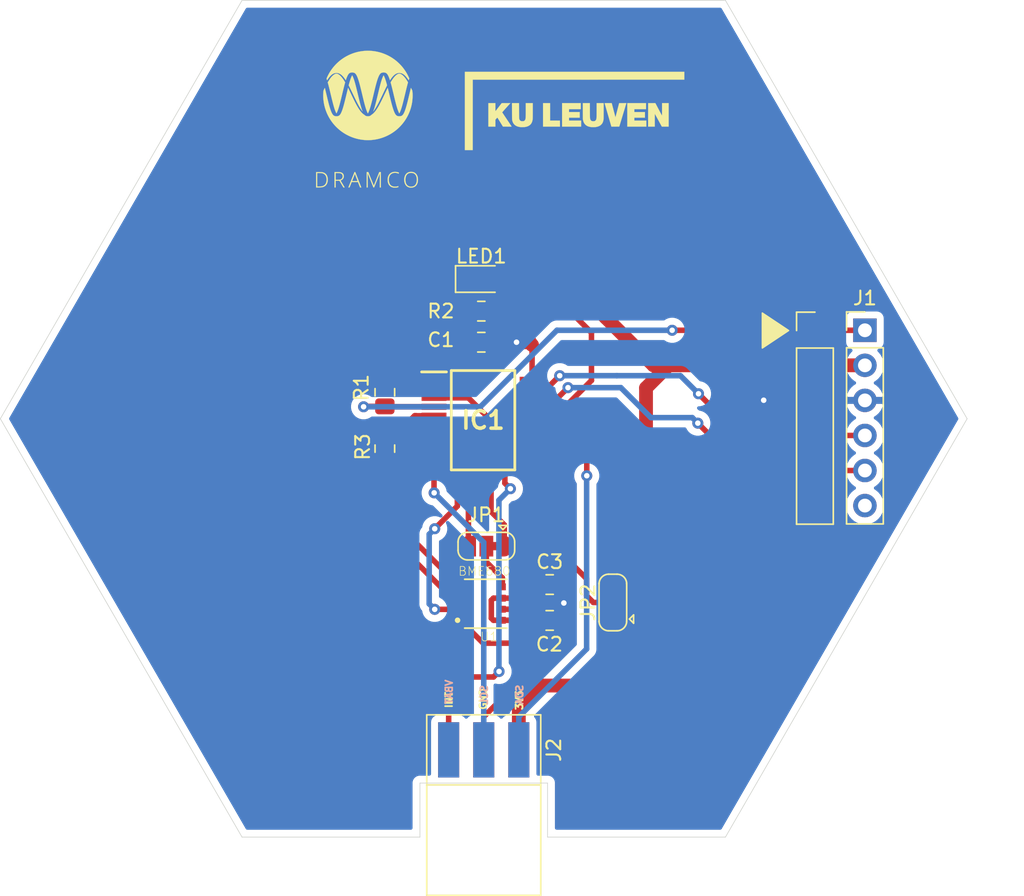
<source format=kicad_pcb>
(kicad_pcb (version 20171130) (host pcbnew "(5.1.4)-1")

  (general
    (thickness 1.6)
    (drawings 34)
    (tracks 189)
    (zones 0)
    (modules 16)
    (nets 26)
  )

  (page A4)
  (title_block
    (title "IWAST - BME680")
    (date 2019-10-12)
    (rev A)
    (company DRAMCO)
    (comment 1 "Sarah Goossens")
  )

  (layers
    (0 F.Cu signal)
    (31 B.Cu signal)
    (32 B.Adhes user)
    (33 F.Adhes user)
    (34 B.Paste user)
    (35 F.Paste user)
    (36 B.SilkS user)
    (37 F.SilkS user)
    (38 B.Mask user)
    (39 F.Mask user)
    (40 Dwgs.User user hide)
    (41 Cmts.User user)
    (42 Eco1.User user)
    (43 Eco2.User user)
    (44 Edge.Cuts user)
    (45 Margin user)
    (46 B.CrtYd user)
    (47 F.CrtYd user)
    (48 B.Fab user)
    (49 F.Fab user)
  )

  (setup
    (last_trace_width 1)
    (user_trace_width 0.5)
    (user_trace_width 1)
    (trace_clearance 0.2)
    (zone_clearance 0.508)
    (zone_45_only no)
    (trace_min 0.2)
    (via_size 0.8)
    (via_drill 0.4)
    (via_min_size 0.4)
    (via_min_drill 0.3)
    (uvia_size 0.3)
    (uvia_drill 0.1)
    (uvias_allowed no)
    (uvia_min_size 0.2)
    (uvia_min_drill 0.1)
    (edge_width 0.05)
    (segment_width 0.2)
    (pcb_text_width 0.3)
    (pcb_text_size 1.5 1.5)
    (mod_edge_width 0.12)
    (mod_text_size 1 1)
    (mod_text_width 0.15)
    (pad_size 0.45 1.8)
    (pad_drill 0)
    (pad_to_mask_clearance 0.051)
    (solder_mask_min_width 0.25)
    (aux_axis_origin 0 0)
    (grid_origin 105 145.488)
    (visible_elements 7FFFFFFF)
    (pcbplotparams
      (layerselection 0x010f0_ffffffff)
      (usegerberextensions true)
      (usegerberattributes false)
      (usegerberadvancedattributes false)
      (creategerberjobfile false)
      (excludeedgelayer true)
      (linewidth 0.100000)
      (plotframeref false)
      (viasonmask false)
      (mode 1)
      (useauxorigin false)
      (hpglpennumber 1)
      (hpglpenspeed 20)
      (hpglpendiameter 15.000000)
      (psnegative false)
      (psa4output false)
      (plotreference true)
      (plotvalue true)
      (plotinvisibletext false)
      (padsonsilk false)
      (subtractmaskfromsilk false)
      (outputformat 1)
      (mirror false)
      (drillshape 0)
      (scaleselection 1)
      (outputdirectory "Gerber/"))
  )

  (net 0 "")
  (net 1 +3V3)
  (net 2 GND)
  (net 3 "Net-(C2-Pad1)")
  (net 4 /MCLR)
  (net 5 /MOSI-SDO2)
  (net 6 /MISO-SDI2)
  (net 7 /SCK)
  (net 8 /CS1)
  (net 9 /VDD_sensor)
  (net 10 /USER_LED)
  (net 11 /ICSPCLK)
  (net 12 /ICSPDAT)
  (net 13 /INT)
  (net 14 /SCL)
  (net 15 /SDA)
  (net 16 "Net-(J1-Pad6)")
  (net 17 "Net-(LED1-Pad1)")
  (net 18 "Net-(J2-Pad6)")
  (net 19 "Net-(IC1-Pad2)")
  (net 20 /NEWDATA)
  (net 21 "Net-(IC1-Pad11)")
  (net 22 "Net-(IC1-Pad13)")
  (net 23 "Net-(IC1-Pad14)")
  (net 24 "Net-(IC1-Pad15)")
  (net 25 "Net-(JP1-Pad2)")

  (net_class Default "This is the default net class."
    (clearance 0.2)
    (trace_width 0.4)
    (via_dia 0.8)
    (via_drill 0.4)
    (uvia_dia 0.3)
    (uvia_drill 0.1)
    (add_net +3V3)
    (add_net /CS1)
    (add_net /ICSPCLK)
    (add_net /ICSPDAT)
    (add_net /INT)
    (add_net /MCLR)
    (add_net /MISO-SDI2)
    (add_net /MOSI-SDO2)
    (add_net /NEWDATA)
    (add_net /SCK)
    (add_net /SCL)
    (add_net /SDA)
    (add_net /USER_LED)
    (add_net /VDD_sensor)
    (add_net GND)
    (add_net "Net-(C2-Pad1)")
    (add_net "Net-(IC1-Pad11)")
    (add_net "Net-(IC1-Pad13)")
    (add_net "Net-(IC1-Pad14)")
    (add_net "Net-(IC1-Pad15)")
    (add_net "Net-(IC1-Pad2)")
    (add_net "Net-(J1-Pad6)")
    (add_net "Net-(J2-Pad6)")
    (add_net "Net-(JP1-Pad2)")
    (add_net "Net-(LED1-Pad1)")
  )

  (module Logo:PinHeader_1x06_P2.54mm_Vertical_SMD (layer F.Cu) (tedit 5DDADB48) (tstamp 5DDB32F9)
    (at 146.48 108.788)
    (descr "Through hole straight pin header, 1x06, 2.54mm pitch, single row")
    (tags "Through hole pin header THT 1x06 2.54mm single row")
    (fp_text reference REF** (at 0 -2.33) (layer F.SilkS) hide
      (effects (font (size 1 1) (thickness 0.15)))
    )
    (fp_text value PinHeader_1x06_P2.54mm_Vertical_SMD (at 0 15.03) (layer F.Fab)
      (effects (font (size 1 1) (thickness 0.15)))
    )
    (fp_poly (pts (xy -1.905 0) (xy -3.81 -1.27) (xy -3.81 1.27)) (layer F.SilkS) (width 0.1))
    (fp_text user %R (at 0 6.35 90) (layer F.Fab)
      (effects (font (size 1 1) (thickness 0.15)))
    )
    (fp_line (start 1.8 -1.8) (end -1.8 -1.8) (layer F.CrtYd) (width 0.05))
    (fp_line (start 1.8 14.5) (end 1.8 -1.8) (layer F.CrtYd) (width 0.05))
    (fp_line (start -1.8 14.5) (end 1.8 14.5) (layer F.CrtYd) (width 0.05))
    (fp_line (start -1.8 -1.8) (end -1.8 14.5) (layer F.CrtYd) (width 0.05))
    (fp_line (start -1.33 -1.33) (end 0 -1.33) (layer F.SilkS) (width 0.12))
    (fp_line (start -1.33 0) (end -1.33 -1.33) (layer F.SilkS) (width 0.12))
    (fp_line (start -1.33 1.27) (end 1.33 1.27) (layer F.SilkS) (width 0.12))
    (fp_line (start 1.33 1.27) (end 1.33 14.03) (layer F.SilkS) (width 0.12))
    (fp_line (start -1.33 1.27) (end -1.33 14.03) (layer F.SilkS) (width 0.12))
    (fp_line (start -1.33 14.03) (end 1.33 14.03) (layer F.SilkS) (width 0.12))
    (fp_line (start -1.27 -0.635) (end -0.635 -1.27) (layer F.Fab) (width 0.1))
    (fp_line (start -1.27 13.97) (end -1.27 -0.635) (layer F.Fab) (width 0.1))
    (fp_line (start 1.27 13.97) (end -1.27 13.97) (layer F.Fab) (width 0.1))
    (fp_line (start 1.27 -1.27) (end 1.27 13.97) (layer F.Fab) (width 0.1))
    (fp_line (start -0.635 -1.27) (end 1.27 -1.27) (layer F.Fab) (width 0.1))
    (pad 6 smd oval (at 0 12.7) (size 1.7 1.7) (layers F.Cu F.Mask))
    (pad 5 smd oval (at 0 10.16) (size 1.7 1.7) (layers F.Cu F.Mask))
    (pad 4 smd oval (at 0 7.62) (size 1.7 1.7) (layers F.Cu F.Mask))
    (pad 3 smd oval (at 0 5.08) (size 1.7 1.7) (layers F.Cu F.Mask))
    (pad 2 smd oval (at 0 2.54) (size 1.7 1.7) (layers F.Cu F.Mask))
    (pad 1 smd rect (at 0 0) (size 1.7 1.7) (layers F.Cu F.Mask))
  )

  (module Connector_PinHeader_2.54mm:PinHeader_1x06_P2.54mm_Vertical (layer F.Cu) (tedit 59FED5CC) (tstamp 5DD7AE3E)
    (at 150.1 108.7696)
    (descr "Through hole straight pin header, 1x06, 2.54mm pitch, single row")
    (tags "Through hole pin header THT 1x06 2.54mm single row")
    (path /5DA5F15D)
    (fp_text reference J1 (at 0 -2.33) (layer F.SilkS)
      (effects (font (size 1 1) (thickness 0.15)))
    )
    (fp_text value PICKit3 (at 0 15.03) (layer F.Fab)
      (effects (font (size 1 1) (thickness 0.15)))
    )
    (fp_text user %R (at 0 6.35 90) (layer F.Fab)
      (effects (font (size 1 1) (thickness 0.15)))
    )
    (fp_line (start 1.8 -1.8) (end -1.8 -1.8) (layer F.CrtYd) (width 0.05))
    (fp_line (start 1.8 14.5) (end 1.8 -1.8) (layer F.CrtYd) (width 0.05))
    (fp_line (start -1.8 14.5) (end 1.8 14.5) (layer F.CrtYd) (width 0.05))
    (fp_line (start -1.8 -1.8) (end -1.8 14.5) (layer F.CrtYd) (width 0.05))
    (fp_line (start -1.33 -1.33) (end 0 -1.33) (layer F.SilkS) (width 0.12))
    (fp_line (start -1.33 0) (end -1.33 -1.33) (layer F.SilkS) (width 0.12))
    (fp_line (start -1.33 1.27) (end 1.33 1.27) (layer F.SilkS) (width 0.12))
    (fp_line (start 1.33 1.27) (end 1.33 14.03) (layer F.SilkS) (width 0.12))
    (fp_line (start -1.33 1.27) (end -1.33 14.03) (layer F.SilkS) (width 0.12))
    (fp_line (start -1.33 14.03) (end 1.33 14.03) (layer F.SilkS) (width 0.12))
    (fp_line (start -1.27 -0.635) (end -0.635 -1.27) (layer F.Fab) (width 0.1))
    (fp_line (start -1.27 13.97) (end -1.27 -0.635) (layer F.Fab) (width 0.1))
    (fp_line (start 1.27 13.97) (end -1.27 13.97) (layer F.Fab) (width 0.1))
    (fp_line (start 1.27 -1.27) (end 1.27 13.97) (layer F.Fab) (width 0.1))
    (fp_line (start -0.635 -1.27) (end 1.27 -1.27) (layer F.Fab) (width 0.1))
    (pad 6 thru_hole oval (at 0 12.7) (size 1.7 1.7) (drill 1) (layers *.Cu *.Mask)
      (net 16 "Net-(J1-Pad6)"))
    (pad 5 thru_hole oval (at 0 10.16) (size 1.7 1.7) (drill 1) (layers *.Cu *.Mask)
      (net 11 /ICSPCLK))
    (pad 4 thru_hole oval (at 0 7.62) (size 1.7 1.7) (drill 1) (layers *.Cu *.Mask)
      (net 12 /ICSPDAT))
    (pad 3 thru_hole oval (at 0 5.08) (size 1.7 1.7) (drill 1) (layers *.Cu *.Mask)
      (net 2 GND))
    (pad 2 thru_hole oval (at 0 2.54) (size 1.7 1.7) (drill 1) (layers *.Cu *.Mask)
      (net 1 +3V3))
    (pad 1 thru_hole rect (at 0 0) (size 1.7 1.7) (drill 1) (layers *.Cu *.Mask)
      (net 4 /MCLR))
    (model ${KISYS3DMOD}/Connector_PinHeader_2.54mm.3dshapes/PinHeader_1x06_P2.54mm_Vertical.wrl
      (at (xyz 0 0 0))
      (scale (xyz 1 1 1))
      (rotate (xyz 0 0 0))
    )
  )

  (module Resistor_SMD:R_0805_2012Metric_Pad1.15x1.40mm_HandSolder (layer F.Cu) (tedit 5B36C52B) (tstamp 5DDAB572)
    (at 115.34 117.343 270)
    (descr "Resistor SMD 0805 (2012 Metric), square (rectangular) end terminal, IPC_7351 nominal with elongated pad for handsoldering. (Body size source: https://docs.google.com/spreadsheets/d/1BsfQQcO9C6DZCsRaXUlFlo91Tg2WpOkGARC1WS5S8t0/edit?usp=sharing), generated with kicad-footprint-generator")
    (tags "resistor handsolder")
    (path /5DDA6CD6)
    (attr smd)
    (fp_text reference R3 (at -0.125 1.6 90) (layer F.SilkS)
      (effects (font (size 1 1) (thickness 0.15)))
    )
    (fp_text value 10k (at 0 1.65 90) (layer F.Fab)
      (effects (font (size 1 1) (thickness 0.15)))
    )
    (fp_text user %R (at 0 0 90) (layer F.Fab)
      (effects (font (size 0.5 0.5) (thickness 0.08)))
    )
    (fp_line (start 1.85 0.95) (end -1.85 0.95) (layer F.CrtYd) (width 0.05))
    (fp_line (start 1.85 -0.95) (end 1.85 0.95) (layer F.CrtYd) (width 0.05))
    (fp_line (start -1.85 -0.95) (end 1.85 -0.95) (layer F.CrtYd) (width 0.05))
    (fp_line (start -1.85 0.95) (end -1.85 -0.95) (layer F.CrtYd) (width 0.05))
    (fp_line (start -0.261252 0.71) (end 0.261252 0.71) (layer F.SilkS) (width 0.12))
    (fp_line (start -0.261252 -0.71) (end 0.261252 -0.71) (layer F.SilkS) (width 0.12))
    (fp_line (start 1 0.6) (end -1 0.6) (layer F.Fab) (width 0.1))
    (fp_line (start 1 -0.6) (end 1 0.6) (layer F.Fab) (width 0.1))
    (fp_line (start -1 -0.6) (end 1 -0.6) (layer F.Fab) (width 0.1))
    (fp_line (start -1 0.6) (end -1 -0.6) (layer F.Fab) (width 0.1))
    (pad 2 smd roundrect (at 1.025 0 270) (size 1.15 1.4) (layers F.Cu F.Paste F.Mask) (roundrect_rratio 0.217391)
      (net 6 /MISO-SDI2))
    (pad 1 smd roundrect (at -1.025 0 270) (size 1.15 1.4) (layers F.Cu F.Paste F.Mask) (roundrect_rratio 0.217391)
      (net 5 /MOSI-SDO2))
    (model ${KISYS3DMOD}/Resistor_SMD.3dshapes/R_0805_2012Metric.wrl
      (at (xyz 0 0 0))
      (scale (xyz 1 1 1))
      (rotate (xyz 0 0 0))
    )
  )

  (module Jumper:SolderJumper-3_P1.3mm_Bridged12_RoundedPad1.0x1.5mm (layer F.Cu) (tedit 5C745321) (tstamp 5DDABEA3)
    (at 122.69 124.408 180)
    (descr "SMD Solder 3-pad Jumper, 1x1.5mm rounded Pads, 0.3mm gap, pads 1-2 bridged with 1 copper strip")
    (tags "solder jumper open")
    (path /5DDC68BC)
    (attr virtual)
    (fp_text reference JP1 (at 0 2.26) (layer F.SilkS)
      (effects (font (size 1 1) (thickness 0.15)))
    )
    (fp_text value 3-wire (at 0 1.9) (layer F.Fab)
      (effects (font (size 1 1) (thickness 0.15)))
    )
    (fp_poly (pts (xy -0.9 -0.3) (xy -0.4 -0.3) (xy -0.4 0.3) (xy -0.9 0.3)) (layer F.Cu) (width 0))
    (fp_arc (start -1.35 -0.3) (end -1.35 -1) (angle -90) (layer F.SilkS) (width 0.12))
    (fp_arc (start -1.35 0.3) (end -2.05 0.3) (angle -90) (layer F.SilkS) (width 0.12))
    (fp_arc (start 1.35 0.3) (end 1.35 1) (angle -90) (layer F.SilkS) (width 0.12))
    (fp_arc (start 1.35 -0.3) (end 2.05 -0.3) (angle -90) (layer F.SilkS) (width 0.12))
    (fp_line (start 2.3 1.25) (end -2.3 1.25) (layer F.CrtYd) (width 0.05))
    (fp_line (start 2.3 1.25) (end 2.3 -1.25) (layer F.CrtYd) (width 0.05))
    (fp_line (start -2.3 -1.25) (end -2.3 1.25) (layer F.CrtYd) (width 0.05))
    (fp_line (start -2.3 -1.25) (end 2.3 -1.25) (layer F.CrtYd) (width 0.05))
    (fp_line (start -1.4 -1) (end 1.4 -1) (layer F.SilkS) (width 0.12))
    (fp_line (start 2.05 -0.3) (end 2.05 0.3) (layer F.SilkS) (width 0.12))
    (fp_line (start 1.4 1) (end -1.4 1) (layer F.SilkS) (width 0.12))
    (fp_line (start -2.05 0.3) (end -2.05 -0.3) (layer F.SilkS) (width 0.12))
    (fp_line (start -1.2 1.2) (end -1.5 1.5) (layer F.SilkS) (width 0.12))
    (fp_line (start -1.5 1.5) (end -0.9 1.5) (layer F.SilkS) (width 0.12))
    (fp_line (start -1.2 1.2) (end -0.9 1.5) (layer F.SilkS) (width 0.12))
    (pad 1 smd custom (at -1.3 0 180) (size 1 0.5) (layers F.Cu F.Mask)
      (net 6 /MISO-SDI2) (zone_connect 2)
      (options (clearance outline) (anchor rect))
      (primitives
        (gr_circle (center 0 0.25) (end 0.5 0.25) (width 0))
        (gr_circle (center 0 -0.25) (end 0.5 -0.25) (width 0))
        (gr_poly (pts
           (xy 0.55 -0.75) (xy 0 -0.75) (xy 0 0.75) (xy 0.55 0.75)) (width 0))
      ))
    (pad 2 smd rect (at 0 0 180) (size 1 1.5) (layers F.Cu F.Mask)
      (net 25 "Net-(JP1-Pad2)"))
    (pad 3 smd custom (at 1.3 0 180) (size 1 0.5) (layers F.Cu F.Mask)
      (net 20 /NEWDATA) (zone_connect 2)
      (options (clearance outline) (anchor rect))
      (primitives
        (gr_circle (center 0 0.25) (end 0.5 0.25) (width 0))
        (gr_circle (center 0 -0.25) (end 0.5 -0.25) (width 0))
        (gr_poly (pts
           (xy -0.55 -0.75) (xy 0 -0.75) (xy 0 0.75) (xy -0.55 0.75)) (width 0))
      ))
  )

  (module Logo:KULeuven4000 (layer F.Cu) (tedit 0) (tstamp 5DD7939F)
    (at 129.08 92.878)
    (fp_text reference G*** (at 0 0) (layer F.SilkS) hide
      (effects (font (size 1.524 1.524) (thickness 0.3)))
    )
    (fp_text value LOGO (at 0.75 0) (layer F.SilkS) hide
      (effects (font (size 1.524 1.524) (thickness 0.3)))
    )
    (fp_poly (pts (xy 6.8072 1.13665) (xy 6.314061 1.13665) (xy 6.064746 0.677862) (xy 6.026317 0.607201)
      (xy 5.989561 0.539719) (xy 5.954936 0.476256) (xy 5.922904 0.417651) (xy 5.893925 0.364743)
      (xy 5.868459 0.31837) (xy 5.846967 0.279372) (xy 5.829908 0.248586) (xy 5.817744 0.226853)
      (xy 5.810935 0.215011) (xy 5.809665 0.213042) (xy 5.808603 0.218128) (xy 5.807627 0.235247)
      (xy 5.806746 0.263735) (xy 5.805968 0.302925) (xy 5.805301 0.352151) (xy 5.804753 0.410747)
      (xy 5.804334 0.478048) (xy 5.804051 0.553387) (xy 5.803912 0.6361) (xy 5.8039 0.671829)
      (xy 5.8039 1.13665) (xy 5.321253 1.13665) (xy 5.322864 0.287337) (xy 5.324475 -0.561975)
      (xy 5.584825 -0.563542) (xy 5.845175 -0.565108) (xy 6.079021 -0.121181) (xy 6.115873 -0.051287)
      (xy 6.151159 0.015515) (xy 6.184412 0.078347) (xy 6.215165 0.136332) (xy 6.242951 0.188595)
      (xy 6.267304 0.234258) (xy 6.287755 0.272443) (xy 6.303839 0.302276) (xy 6.315087 0.322878)
      (xy 6.321034 0.333373) (xy 6.321707 0.334411) (xy 6.323416 0.335269) (xy 6.324897 0.332491)
      (xy 6.326166 0.325285) (xy 6.32724 0.312856) (xy 6.328134 0.294414) (xy 6.328865 0.269165)
      (xy 6.329449 0.236317) (xy 6.329901 0.195077) (xy 6.330239 0.144653) (xy 6.330478 0.084253)
      (xy 6.330635 0.013082) (xy 6.330725 -0.069649) (xy 6.330748 -0.109538) (xy 6.33095 -0.56515)
      (xy 6.8072 -0.56515) (xy 6.8072 1.13665)) (layer F.SilkS) (width 0.01))
    (fp_poly (pts (xy 5.1689 -0.127) (xy 4.32435 -0.127) (xy 4.32435 0.08255) (xy 5.0927 0.08255)
      (xy 5.0927 0.48895) (xy 4.32435 0.48895) (xy 4.32435 0.6985) (xy 5.1943 0.6985)
      (xy 5.1943 1.13665) (xy 3.81635 1.13665) (xy 3.81635 -0.56515) (xy 5.1689 -0.56515)
      (xy 5.1689 -0.127)) (layer F.SilkS) (width 0.01))
    (fp_poly (pts (xy 2.691803 -0.541338) (xy 2.694366 -0.531547) (xy 2.699887 -0.510453) (xy 2.708108 -0.479038)
      (xy 2.718773 -0.438284) (xy 2.731623 -0.389175) (xy 2.746403 -0.332693) (xy 2.762854 -0.26982)
      (xy 2.780719 -0.20154) (xy 2.799743 -0.128835) (xy 2.819666 -0.052688) (xy 2.825975 -0.028575)
      (xy 2.845979 0.047807) (xy 2.865077 0.120583) (xy 2.883022 0.188826) (xy 2.899569 0.251608)
      (xy 2.914472 0.308001) (xy 2.927486 0.357078) (xy 2.938365 0.397911) (xy 2.946863 0.429571)
      (xy 2.952734 0.451132) (xy 2.955733 0.461666) (xy 2.956062 0.46258) (xy 2.956749 0.462848)
      (xy 2.957668 0.461849) (xy 2.95902 0.458829) (xy 2.961002 0.453038) (xy 2.963815 0.443723)
      (xy 2.967658 0.430132) (xy 2.97273 0.411513) (xy 2.979231 0.387115) (xy 2.987359 0.356185)
      (xy 2.997313 0.317971) (xy 3.009294 0.271721) (xy 3.023501 0.216684) (xy 3.040132 0.152106)
      (xy 3.059387 0.077237) (xy 3.081466 -0.008676) (xy 3.097997 -0.073025) (xy 3.223602 -0.561975)
      (xy 3.485051 -0.563633) (xy 3.541281 -0.563945) (xy 3.593363 -0.564145) (xy 3.639974 -0.564237)
      (xy 3.679788 -0.564221) (xy 3.711481 -0.564099) (xy 3.733727 -0.563872) (xy 3.745203 -0.563541)
      (xy 3.7465 -0.563357) (xy 3.744695 -0.557161) (xy 3.73942 -0.539502) (xy 3.730883 -0.511069)
      (xy 3.719293 -0.472555) (xy 3.704859 -0.424649) (xy 3.687789 -0.368045) (xy 3.668292 -0.303431)
      (xy 3.646575 -0.231501) (xy 3.622849 -0.152945) (xy 3.597322 -0.068454) (xy 3.570201 0.021281)
      (xy 3.541697 0.115568) (xy 3.512017 0.213717) (xy 3.490145 0.286026) (xy 3.233791 1.133475)
      (xy 2.663155 1.136777) (xy 2.419671 0.293751) (xy 2.390631 0.193219) (xy 2.362537 0.095992)
      (xy 2.335592 0.002774) (xy 2.310001 -0.08573) (xy 2.285968 -0.168818) (xy 2.263696 -0.245786)
      (xy 2.243388 -0.31593) (xy 2.225249 -0.378547) (xy 2.209482 -0.432934) (xy 2.196291 -0.478385)
      (xy 2.18588 -0.514199) (xy 2.178453 -0.539671) (xy 2.174212 -0.554098) (xy 2.173264 -0.557213)
      (xy 2.174967 -0.559258) (xy 2.182354 -0.560942) (xy 2.19637 -0.562296) (xy 2.217962 -0.563349)
      (xy 2.248076 -0.56413) (xy 2.287659 -0.564669) (xy 2.337658 -0.564995) (xy 2.399017 -0.565138)
      (xy 2.42795 -0.56515) (xy 2.68556 -0.56515) (xy 2.691803 -0.541338)) (layer F.SilkS) (width 0.01))
    (fp_poly (pts (xy 0.4445 -0.127) (xy -0.4064 -0.127) (xy -0.4064 0.08255) (xy 0.3683 0.08255)
      (xy 0.3683 0.48895) (xy -0.4064 0.48895) (xy -0.4064 0.6985) (xy 0.4699 0.6985)
      (xy 0.4699 1.13665) (xy -0.90805 1.13665) (xy -0.90805 -0.56515) (xy 0.4445 -0.56515)
      (xy 0.4445 -0.127)) (layer F.SilkS) (width 0.01))
    (fp_poly (pts (xy -1.778 0.698394) (xy -1.420813 0.700034) (xy -1.063625 0.701675) (xy -1.061955 0.919162)
      (xy -1.060284 1.13665) (xy -2.286 1.13665) (xy -2.286 -0.56515) (xy -1.778 -0.56515)
      (xy -1.778 0.698394)) (layer F.SilkS) (width 0.01))
    (fp_poly (pts (xy -5.73405 -0.271639) (xy -5.734038 -0.203059) (xy -5.733973 -0.146148) (xy -5.73381 -0.099875)
      (xy -5.733504 -0.06321) (xy -5.733013 -0.035121) (xy -5.732291 -0.014579) (xy -5.731294 -0.000552)
      (xy -5.729978 0.007991) (xy -5.7283 0.012081) (xy -5.726214 0.012747) (xy -5.723676 0.011022)
      (xy -5.721996 0.009348) (xy -5.715905 0.002032) (xy -5.702843 -0.014379) (xy -5.683572 -0.038906)
      (xy -5.658854 -0.07057) (xy -5.629451 -0.108391) (xy -5.596124 -0.15139) (xy -5.559636 -0.198588)
      (xy -5.520748 -0.249007) (xy -5.502234 -0.27305) (xy -5.462547 -0.324566) (xy -5.424953 -0.373272)
      (xy -5.390208 -0.418193) (xy -5.359067 -0.458359) (xy -5.332286 -0.492795) (xy -5.310621 -0.520531)
      (xy -5.294827 -0.540592) (xy -5.28566 -0.552006) (xy -5.283864 -0.554099) (xy -5.280748 -0.556652)
      (xy -5.275985 -0.558773) (xy -5.268496 -0.560495) (xy -5.257202 -0.561848) (xy -5.241022 -0.562866)
      (xy -5.218878 -0.563581) (xy -5.189689 -0.564023) (xy -5.152376 -0.564227) (xy -5.105861 -0.564222)
      (xy -5.049062 -0.564042) (xy -4.980901 -0.563719) (xy -4.962834 -0.563624) (xy -4.652468 -0.561975)
      (xy -4.948989 -0.232126) (xy -5.00546 -0.169133) (xy -5.057012 -0.111277) (xy -5.103193 -0.059078)
      (xy -5.143551 -0.013058) (xy -5.177637 0.026262) (xy -5.204997 0.058361) (xy -5.225181 0.082718)
      (xy -5.237737 0.098811) (xy -5.242214 0.106121) (xy -5.242193 0.106366) (xy -5.238256 0.112771)
      (xy -5.227732 0.128985) (xy -5.211112 0.154272) (xy -5.188885 0.187898) (xy -5.16154 0.229124)
      (xy -5.129568 0.277216) (xy -5.093457 0.331436) (xy -5.053698 0.391049) (xy -5.010781 0.455318)
      (xy -4.965194 0.523508) (xy -4.917428 0.594881) (xy -4.899089 0.622264) (xy -4.850718 0.694511)
      (xy -4.804404 0.763759) (xy -4.760628 0.829282) (xy -4.719875 0.890354) (xy -4.682627 0.946246)
      (xy -4.649369 0.996234) (xy -4.620582 1.039589) (xy -4.596751 1.075586) (xy -4.578359 1.103498)
      (xy -4.565889 1.122598) (xy -4.559825 1.132159) (xy -4.5593 1.133144) (xy -4.565449 1.133823)
      (xy -4.583092 1.134397) (xy -4.611021 1.134856) (xy -4.648032 1.135194) (xy -4.692918 1.135403)
      (xy -4.744473 1.135476) (xy -4.80149 1.135404) (xy -4.862765 1.135181) (xy -4.874748 1.135121)
      (xy -5.190196 1.133475) (xy -5.388742 0.809743) (xy -5.424503 0.751551) (xy -5.458377 0.696656)
      (xy -5.48977 0.646003) (xy -5.518091 0.600539) (xy -5.542745 0.56121) (xy -5.56314 0.528962)
      (xy -5.578682 0.504741) (xy -5.588779 0.489493) (xy -5.592813 0.48417) (xy -5.598693 0.488043)
      (xy -5.611377 0.499933) (xy -5.629328 0.518283) (xy -5.651005 0.541537) (xy -5.666194 0.558354)
      (xy -5.73405 0.63438) (xy -5.73405 1.13665) (xy -6.24205 1.13665) (xy -6.24205 -0.56515)
      (xy -5.73405 -0.56515) (xy -5.73405 -0.271639)) (layer F.SilkS) (width 0.01))
    (fp_poly (pts (xy 1.848508 -0.56515) (xy 2.102456 -0.56515) (xy 2.100096 0.026987) (xy 2.099689 0.127257)
      (xy 2.099301 0.215667) (xy 2.098914 0.293057) (xy 2.098507 0.360269) (xy 2.09806 0.418141)
      (xy 2.097552 0.467514) (xy 2.096965 0.509229) (xy 2.096277 0.544125) (xy 2.095469 0.573042)
      (xy 2.09452 0.596822) (xy 2.093411 0.616304) (xy 2.092122 0.632328) (xy 2.090632 0.645735)
      (xy 2.088921 0.657364) (xy 2.08697 0.668056) (xy 2.084758 0.678652) (xy 2.084509 0.679796)
      (xy 2.071054 0.732264) (xy 2.053743 0.785795) (xy 2.034072 0.836319) (xy 2.013537 0.879764)
      (xy 2.006072 0.893142) (xy 1.98551 0.922736) (xy 1.957199 0.956261) (xy 1.924086 0.990808)
      (xy 1.889118 1.023464) (xy 1.855245 1.051319) (xy 1.825625 1.07134) (xy 1.750059 1.108316)
      (xy 1.666184 1.137868) (xy 1.576524 1.159197) (xy 1.520825 1.167738) (xy 1.48669 1.170738)
      (xy 1.443641 1.172752) (xy 1.394663 1.173806) (xy 1.342739 1.173926) (xy 1.290856 1.173136)
      (xy 1.241999 1.171462) (xy 1.199152 1.16893) (xy 1.165301 1.165564) (xy 1.159039 1.164665)
      (xy 1.067223 1.146596) (xy 0.98564 1.12229) (xy 0.91319 1.091247) (xy 0.848774 1.052964)
      (xy 0.791294 1.00694) (xy 0.771525 0.987809) (xy 0.72341 0.932272) (xy 0.683972 0.871702)
      (xy 0.652258 0.804243) (xy 0.627317 0.728038) (xy 0.617232 0.686721) (xy 0.600915 0.612775)
      (xy 0.598548 0.023812) (xy 0.596181 -0.56515) (xy 1.10407 -0.56515) (xy 1.106599 -0.023813)
      (xy 1.107077 0.073464) (xy 1.107557 0.158879) (xy 1.108057 0.233267) (xy 1.108596 0.297468)
      (xy 1.109191 0.352317) (xy 1.109862 0.398651) (xy 1.110625 0.437309) (xy 1.1115 0.469127)
      (xy 1.112505 0.494942) (xy 1.113658 0.515591) (xy 1.114977 0.531912) (xy 1.116481 0.544742)
      (xy 1.118188 0.554918) (xy 1.119351 0.560239) (xy 1.132684 0.606544) (xy 1.148843 0.643578)
      (xy 1.169449 0.674716) (xy 1.180679 0.687783) (xy 1.207781 0.712444) (xy 1.238076 0.729847)
      (xy 1.274218 0.741011) (xy 1.318862 0.746957) (xy 1.337439 0.748013) (xy 1.394151 0.747083)
      (xy 1.441431 0.738755) (xy 1.480577 0.722424) (xy 1.512888 0.697483) (xy 1.539665 0.663326)
      (xy 1.547474 0.64999) (xy 1.554562 0.637022) (xy 1.560808 0.625047) (xy 1.566269 0.613213)
      (xy 1.571002 0.600664) (xy 1.575063 0.58655) (xy 1.57851 0.570015) (xy 1.5814 0.550207)
      (xy 1.583789 0.526272) (xy 1.585734 0.497357) (xy 1.587292 0.46261) (xy 1.588519 0.421176)
      (xy 1.589474 0.372202) (xy 1.590212 0.314835) (xy 1.590791 0.248222) (xy 1.591266 0.171509)
      (xy 1.591696 0.083843) (xy 1.592137 -0.015628) (xy 1.592159 -0.020638) (xy 1.594561 -0.565151)
      (xy 1.848508 -0.56515)) (layer F.SilkS) (width 0.01))
    (fp_poly (pts (xy -4.024237 -0.017463) (xy -4.023807 0.07975) (xy -4.023378 0.1651) (xy -4.022932 0.239424)
      (xy -4.02245 0.303561) (xy -4.021913 0.358348) (xy -4.021304 0.404621) (xy -4.020603 0.443218)
      (xy -4.019792 0.474978) (xy -4.018853 0.500736) (xy -4.017766 0.52133) (xy -4.016514 0.537599)
      (xy -4.015078 0.550378) (xy -4.013439 0.560506) (xy -4.011579 0.56882) (xy -4.01124 0.570112)
      (xy -3.994291 0.621335) (xy -3.973226 0.661908) (xy -3.946813 0.693549) (xy -3.91382 0.717975)
      (xy -3.899871 0.725444) (xy -3.881742 0.734077) (xy -3.866754 0.739897) (xy -3.851654 0.743455)
      (xy -3.833191 0.745305) (xy -3.808112 0.745998) (xy -3.778355 0.746091) (xy -3.734545 0.745006)
      (xy -3.700416 0.741167) (xy -3.673077 0.733632) (xy -3.64964 0.721461) (xy -3.627214 0.703713)
      (xy -3.616381 0.693356) (xy -3.604266 0.680682) (xy -3.593453 0.667633) (xy -3.583867 0.653452)
      (xy -3.575436 0.637381) (xy -3.568084 0.618661) (xy -3.561738 0.596535) (xy -3.556324 0.570245)
      (xy -3.551768 0.539032) (xy -3.547996 0.502139) (xy -3.544935 0.458808) (xy -3.54251 0.408281)
      (xy -3.540647 0.3498) (xy -3.539274 0.282606) (xy -3.538315 0.205943) (xy -3.537696 0.119051)
      (xy -3.537345 0.021174) (xy -3.537187 -0.088447) (xy -3.537168 -0.119063) (xy -3.53695 -0.56515)
      (xy -3.02895 -0.56515) (xy -3.029005 -0.030163) (xy -3.02909 0.057037) (xy -3.029322 0.141022)
      (xy -3.029688 0.220769) (xy -3.030178 0.295252) (xy -3.030782 0.363449) (xy -3.031489 0.424334)
      (xy -3.032288 0.476884) (xy -3.033167 0.520073) (xy -3.034117 0.552878) (xy -3.035127 0.574274)
      (xy -3.035399 0.57785) (xy -3.048779 0.675744) (xy -3.071185 0.76472) (xy -3.102678 0.844843)
      (xy -3.14332 0.916176) (xy -3.193173 0.978784) (xy -3.252297 1.032733) (xy -3.320755 1.078086)
      (xy -3.398608 1.114909) (xy -3.485918 1.143265) (xy -3.582747 1.16322) (xy -3.594915 1.165039)
      (xy -3.621503 1.167846) (xy -3.657405 1.170195) (xy -3.699836 1.172041) (xy -3.746012 1.17334)
      (xy -3.79315 1.17405) (xy -3.838465 1.174126) (xy -3.879175 1.173525) (xy -3.912493 1.172203)
      (xy -3.933825 1.170364) (xy -4.021772 1.156097) (xy -4.099542 1.137353) (xy -4.169028 1.113609)
      (xy -4.218486 1.091383) (xy -4.289399 1.049519) (xy -4.351065 0.999513) (xy -4.403733 0.941028)
      (xy -4.447653 0.873728) (xy -4.483073 0.797274) (xy -4.510243 0.711329) (xy -4.515725 0.688542)
      (xy -4.518136 0.677739) (xy -4.520264 0.667345) (xy -4.522128 0.656521) (xy -4.52375 0.644429)
      (xy -4.525151 0.630231) (xy -4.526353 0.613087) (xy -4.527375 0.59216) (xy -4.52824 0.566611)
      (xy -4.528968 0.535602) (xy -4.52958 0.498293) (xy -4.530097 0.453848) (xy -4.53054 0.401426)
      (xy -4.530931 0.34019) (xy -4.53129 0.269302) (xy -4.531639 0.187922) (xy -4.531997 0.095212)
      (xy -4.53224 0.030162) (xy -4.534448 -0.56515) (xy -4.280499 -0.56515) (xy -4.02655 -0.565151)
      (xy -4.024237 -0.017463)) (layer F.SilkS) (width 0.01))
    (fp_poly (pts (xy 7.94385 -2.549528) (xy 7.943849 -2.266956) (xy 0.284162 -2.265366) (xy -7.375525 -2.263775)
      (xy -7.377121 0.287337) (xy -7.378716 2.83845) (xy -7.94385 2.83845) (xy -7.94385 -2.8321)
      (xy 7.94385 -2.8321) (xy 7.94385 -2.549528)) (layer F.SilkS) (width 0.01))
  )

  (module Logo:Dramco7500 (layer F.Cu) (tedit 0) (tstamp 5DD7934D)
    (at 114.05 93.478)
    (fp_text reference G*** (at 0 0) (layer F.SilkS) hide
      (effects (font (size 1.524 1.524) (thickness 0.3)))
    )
    (fp_text value LOGO (at 0.75 0) (layer F.SilkS) hide
      (effects (font (size 1.524 1.524) (thickness 0.3)))
    )
    (fp_poly (pts (xy 1.205034 -3.168442) (xy 1.2103 -3.159758) (xy 1.217266 -3.14613) (xy 1.21998 -3.140772)
      (xy 1.240637 -3.098159) (xy 1.261384 -3.0512) (xy 1.282322 -2.999604) (xy 1.303552 -2.943081)
      (xy 1.325176 -2.881341) (xy 1.347295 -2.814091) (xy 1.370011 -2.741043) (xy 1.393425 -2.661904)
      (xy 1.417637 -2.576385) (xy 1.421045 -2.564073) (xy 1.428045 -2.538511) (xy 1.43442 -2.514833)
      (xy 1.43995 -2.493887) (xy 1.444417 -2.476517) (xy 1.447601 -2.463568) (xy 1.449283 -2.455887)
      (xy 1.449493 -2.454313) (xy 1.447989 -2.449645) (xy 1.443743 -2.439811) (xy 1.437154 -2.425649)
      (xy 1.42862 -2.407993) (xy 1.418539 -2.387681) (xy 1.40731 -2.365548) (xy 1.405779 -2.362567)
      (xy 1.391936 -2.335459) (xy 1.377098 -2.30605) (xy 1.361102 -2.273997) (xy 1.343779 -2.238957)
      (xy 1.324966 -2.200589) (xy 1.304494 -2.158551) (xy 1.2822 -2.1125) (xy 1.257916 -2.062096)
      (xy 1.231477 -2.006994) (xy 1.202716 -1.946854) (xy 1.171469 -1.881334) (xy 1.137568 -1.810091)
      (xy 1.129559 -1.79324) (xy 1.084495 -1.698667) (xy 1.041977 -1.609989) (xy 1.001841 -1.526893)
      (xy 0.963922 -1.449068) (xy 0.928056 -1.376202) (xy 0.894079 -1.307981) (xy 0.861826 -1.244093)
      (xy 0.831133 -1.184227) (xy 0.801837 -1.128069) (xy 0.773772 -1.075308) (xy 0.746775 -1.025631)
      (xy 0.720681 -0.978726) (xy 0.695326 -0.93428) (xy 0.670545 -0.891981) (xy 0.646175 -0.851517)
      (xy 0.622051 -0.812576) (xy 0.59801 -0.774844) (xy 0.577439 -0.743374) (xy 0.561029 -0.718855)
      (xy 0.544379 -0.69452) (xy 0.527916 -0.670949) (xy 0.512071 -0.648722) (xy 0.497275 -0.628418)
      (xy 0.483957 -0.610618) (xy 0.472547 -0.595902) (xy 0.463475 -0.584849) (xy 0.457171 -0.578039)
      (xy 0.454065 -0.576052) (xy 0.453813 -0.576649) (xy 0.454931 -0.580112) (xy 0.458016 -0.588798)
      (xy 0.462661 -0.601584) (xy 0.46846 -0.617351) (xy 0.471964 -0.626803) (xy 0.484073 -0.659942)
      (xy 0.496111 -0.694056) (xy 0.508157 -0.729439) (xy 0.520289 -0.766384) (xy 0.532587 -0.805185)
      (xy 0.545129 -0.846136) (xy 0.557994 -0.889531) (xy 0.571262 -0.935663) (xy 0.585011 -0.984825)
      (xy 0.599319 -1.037312) (xy 0.614267 -1.093417) (xy 0.629933 -1.153434) (xy 0.646395 -1.217656)
      (xy 0.663733 -1.286377) (xy 0.682026 -1.359891) (xy 0.701353 -1.438492) (xy 0.721792 -1.522472)
      (xy 0.743423 -1.612127) (xy 0.766324 -1.707749) (xy 0.790574 -1.809631) (xy 0.795925 -1.832187)
      (xy 0.813753 -1.907107) (xy 0.831388 -1.9807) (xy 0.848697 -2.052426) (xy 0.865546 -2.121744)
      (xy 0.881802 -2.188114) (xy 0.897331 -2.250993) (xy 0.912 -2.309842) (xy 0.925676 -2.36412)
      (xy 0.938224 -2.413285) (xy 0.949512 -2.456797) (xy 0.957183 -2.485814) (xy 0.983786 -2.583418)
      (xy 1.009693 -2.674342) (xy 1.034924 -2.75864) (xy 1.059496 -2.836369) (xy 1.083429 -2.907582)
      (xy 1.10674 -2.972335) (xy 1.129449 -3.030683) (xy 1.151574 -3.082682) (xy 1.173133 -3.128386)
      (xy 1.174987 -3.132075) (xy 1.184274 -3.150525) (xy 1.191087 -3.163226) (xy 1.196262 -3.170338)
      (xy 1.200632 -3.172023) (xy 1.205034 -3.168442)) (layer F.SilkS) (width 0.01))
    (fp_poly (pts (xy -1.07419 -3.173732) (xy -1.069326 -3.165448) (xy -1.062638 -3.152738) (xy -1.05455 -3.136504)
      (xy -1.04549 -3.117642) (xy -1.035881 -3.097053) (xy -1.026151 -3.075636) (xy -1.016723 -3.054289)
      (xy -1.008025 -3.033911) (xy -1.000684 -3.015914) (xy -0.98729 -2.981465) (xy -0.974067 -2.946169)
      (xy -0.960932 -2.909724) (xy -0.947802 -2.871826) (xy -0.934594 -2.832174) (xy -0.921223 -2.790467)
      (xy -0.907607 -2.746402) (xy -0.893662 -2.699678) (xy -0.879306 -2.649993) (xy -0.864453 -2.597043)
      (xy -0.849022 -2.540529) (xy -0.832928 -2.480148) (xy -0.816089 -2.415597) (xy -0.79842 -2.346575)
      (xy -0.77984 -2.27278) (xy -0.760263 -2.19391) (xy -0.739607 -2.109664) (xy -0.717788 -2.019738)
      (xy -0.694723 -1.923832) (xy -0.670329 -1.821643) (xy -0.667198 -1.80848) (xy -0.645183 -1.716074)
      (xy -0.624557 -1.629901) (xy -0.605222 -1.549586) (xy -0.587083 -1.474754) (xy -0.570041 -1.405029)
      (xy -0.554001 -1.340037) (xy -0.538865 -1.279401) (xy -0.524536 -1.222747) (xy -0.510918 -1.1697)
      (xy -0.497914 -1.119884) (xy -0.485426 -1.072925) (xy -0.473358 -1.028446) (xy -0.461613 -0.986072)
      (xy -0.450094 -0.94543) (xy -0.438704 -0.906142) (xy -0.427346 -0.867834) (xy -0.415924 -0.830131)
      (xy -0.407502 -0.802817) (xy -0.3985 -0.774277) (xy -0.388762 -0.744193) (xy -0.37866 -0.713656)
      (xy -0.368567 -0.683755) (xy -0.358858 -0.655581) (xy -0.349903 -0.630223) (xy -0.342077 -0.608771)
      (xy -0.335753 -0.592315) (xy -0.333953 -0.587914) (xy -0.330853 -0.579478) (xy -0.329666 -0.574056)
      (xy -0.329846 -0.573266) (xy -0.332211 -0.575395) (xy -0.33795 -0.582172) (xy -0.346421 -0.592789)
      (xy -0.356981 -0.606442) (xy -0.368989 -0.622322) (xy -0.370048 -0.623739) (xy -0.39519 -0.657953)
      (xy -0.420147 -0.693089) (xy -0.445068 -0.72942) (xy -0.470101 -0.767221) (xy -0.495395 -0.806767)
      (xy -0.521099 -0.848333) (xy -0.547362 -0.892194) (xy -0.574333 -0.938623) (xy -0.602161 -0.987896)
      (xy -0.630994 -1.040288) (xy -0.660982 -1.096073) (xy -0.692273 -1.155525) (xy -0.725016 -1.21892)
      (xy -0.75936 -1.286532) (xy -0.795454 -1.358636) (xy -0.833446 -1.435506) (xy -0.873486 -1.517417)
      (xy -0.915723 -1.604644) (xy -0.960305 -1.697462) (xy -1.007381 -1.796145) (xy -1.02129 -1.825414)
      (xy -1.042768 -1.870516) (xy -1.065637 -1.918306) (xy -1.089408 -1.967772) (xy -1.11359 -2.017903)
      (xy -1.137693 -2.067687) (xy -1.161226 -2.116114) (xy -1.183699 -2.16217) (xy -1.204621 -2.204845)
      (xy -1.223503 -2.243127) (xy -1.235502 -2.267289) (xy -1.328298 -2.453471) (xy -1.307192 -2.531449)
      (xy -1.280115 -2.629126) (xy -1.253569 -2.720105) (xy -1.227539 -2.804439) (xy -1.202006 -2.882182)
      (xy -1.176954 -2.953386) (xy -1.15593 -3.009054) (xy -1.149534 -3.024791) (xy -1.141678 -3.04317)
      (xy -1.132794 -3.063275) (xy -1.123314 -3.08419) (xy -1.113669 -3.104998) (xy -1.104294 -3.124784)
      (xy -1.095619 -3.142633) (xy -1.088078 -3.157627) (xy -1.082102 -3.168851) (xy -1.078124 -3.17539)
      (xy -1.076804 -3.176694) (xy -1.07419 -3.173732)) (layer F.SilkS) (width 0.01))
    (fp_poly (pts (xy -2.17639 -3.294344) (xy -2.140833 -3.284908) (xy -2.103817 -3.269683) (xy -2.064673 -3.248693)
      (xy -2.050627 -3.240165) (xy -2.007243 -3.210137) (xy -1.962777 -3.1735) (xy -1.917287 -3.130325)
      (xy -1.870833 -3.080679) (xy -1.823471 -3.024632) (xy -1.775259 -2.962253) (xy -1.726256 -2.893611)
      (xy -1.67652 -2.818774) (xy -1.626109 -2.737812) (xy -1.621924 -2.730865) (xy -1.583997 -2.667752)
      (xy -1.593272 -2.635203) (xy -1.603886 -2.597453) (xy -1.615071 -2.556678) (xy -1.6269 -2.512586)
      (xy -1.639446 -2.464886) (xy -1.652782 -2.413286) (xy -1.666981 -2.357493) (xy -1.682116 -2.297216)
      (xy -1.698261 -2.232163) (xy -1.715489 -2.162043) (xy -1.733872 -2.086563) (xy -1.753484 -2.005432)
      (xy -1.774398 -1.918357) (xy -1.796688 -1.825048) (xy -1.803456 -1.796627) (xy -1.82629 -1.700915)
      (xy -1.847753 -1.611464) (xy -1.867937 -1.527926) (xy -1.886935 -1.449948) (xy -1.904838 -1.37718)
      (xy -1.921739 -1.309271) (xy -1.93773 -1.245869) (xy -1.952905 -1.186625) (xy -1.967355 -1.131188)
      (xy -1.981172 -1.079206) (xy -1.99445 -1.030328) (xy -2.00728 -0.984204) (xy -2.019755 -0.940483)
      (xy -2.031967 -0.898814) (xy -2.044008 -0.858847) (xy -2.055972 -0.820229) (xy -2.06795 -0.782611)
      (xy -2.080034 -0.745641) (xy -2.080785 -0.743374) (xy -2.090262 -0.715242) (xy -2.100515 -0.685594)
      (xy -2.110956 -0.656077) (xy -2.120997 -0.62834) (xy -2.130048 -0.604032) (xy -2.136409 -0.587587)
      (xy -2.145354 -0.565642) (xy -2.15513 -0.542691) (xy -2.165336 -0.519577) (xy -2.175571 -0.497138)
      (xy -2.185435 -0.476216) (xy -2.194526 -0.457652) (xy -2.202444 -0.442286) (xy -2.208788 -0.430959)
      (xy -2.213158 -0.424512) (xy -2.214705 -0.423334) (xy -2.217393 -0.426203) (xy -2.2224 -0.434093)
      (xy -2.229099 -0.445922) (xy -2.236862 -0.460614) (xy -2.240094 -0.466988) (xy -2.25417 -0.495889)
      (xy -2.26812 -0.526224) (xy -2.282013 -0.558241) (xy -2.295923 -0.592189) (xy -2.309921 -0.628315)
      (xy -2.32408 -0.666868) (xy -2.338471 -0.708095) (xy -2.353166 -0.752245) (xy -2.368237 -0.799566)
      (xy -2.383757 -0.850306) (xy -2.399797 -0.904713) (xy -2.416429 -0.963034) (xy -2.433725 -1.02552)
      (xy -2.451757 -1.092416) (xy -2.470597 -1.163972) (xy -2.490317 -1.240436) (xy -2.510989 -1.322055)
      (xy -2.532685 -1.409078) (xy -2.555477 -1.501753) (xy -2.579437 -1.600328) (xy -2.604637 -1.705051)
      (xy -2.629723 -1.810174) (xy -2.654255 -1.912979) (xy -2.677637 -2.010223) (xy -2.699838 -2.101783)
      (xy -2.720829 -2.187538) (xy -2.74058 -2.267365) (xy -2.75906 -2.341145) (xy -2.776238 -2.408755)
      (xy -2.792086 -2.470074) (xy -2.806572 -2.524979) (xy -2.816378 -2.561334) (xy -2.845739 -2.669028)
      (xy -2.807483 -2.732361) (xy -2.757733 -2.812482) (xy -2.709193 -2.886086) (xy -2.661759 -2.953301)
      (xy -2.615325 -3.014254) (xy -2.569786 -3.069074) (xy -2.525034 -3.117887) (xy -2.480965 -3.16082)
      (xy -2.437474 -3.198002) (xy -2.396627 -3.228092) (xy -2.355749 -3.253879) (xy -2.317433 -3.273736)
      (xy -2.28101 -3.287688) (xy -2.245808 -3.295757) (xy -2.211158 -3.297968) (xy -2.17639 -3.294344)) (layer F.SilkS) (width 0.01))
    (fp_poly (pts (xy 2.383648 -3.2929) (xy 2.417289 -3.282809) (xy 2.450253 -3.268646) (xy 2.488168 -3.248488)
      (xy 2.524719 -3.225249) (xy 2.560884 -3.198184) (xy 2.597644 -3.166549) (xy 2.635979 -3.1296)
      (xy 2.643379 -3.122064) (xy 2.681367 -3.081485) (xy 2.718847 -3.038158) (xy 2.756233 -2.99152)
      (xy 2.793937 -2.941008) (xy 2.832372 -2.886058) (xy 2.871952 -2.826108) (xy 2.913089 -2.760594)
      (xy 2.934731 -2.724976) (xy 2.969119 -2.667805) (xy 2.962646 -2.647083) (xy 2.954956 -2.621504)
      (xy 2.945838 -2.589441) (xy 2.935325 -2.551023) (xy 2.923449 -2.506379) (xy 2.910243 -2.45564)
      (xy 2.895739 -2.398935) (xy 2.879969 -2.336393) (xy 2.862968 -2.268144) (xy 2.844766 -2.194318)
      (xy 2.825397 -2.115044) (xy 2.804894 -2.030451) (xy 2.783288 -1.94067) (xy 2.760613 -1.845829)
      (xy 2.753331 -1.815254) (xy 2.730543 -1.719686) (xy 2.70914 -1.630381) (xy 2.689031 -1.546993)
      (xy 2.670125 -1.469173) (xy 2.65233 -1.396576) (xy 2.635557 -1.328852) (xy 2.619715 -1.265656)
      (xy 2.604711 -1.20664) (xy 2.590456 -1.151456) (xy 2.576859 -1.099758) (xy 2.563828 -1.051198)
      (xy 2.551273 -1.00543) (xy 2.539103 -0.962105) (xy 2.527227 -0.920876) (xy 2.515554 -0.881397)
      (xy 2.503994 -0.84332) (xy 2.492454 -0.806298) (xy 2.480845 -0.769983) (xy 2.474939 -0.75184)
      (xy 2.458983 -0.704445) (xy 2.442437 -0.657795) (xy 2.425637 -0.612728) (xy 2.408921 -0.570085)
      (xy 2.392624 -0.530703) (xy 2.377085 -0.495423) (xy 2.36264 -0.465084) (xy 2.35068 -0.442388)
      (xy 2.3376 -0.419108) (xy 2.325536 -0.440694) (xy 2.309488 -0.471464) (xy 2.292288 -0.508277)
      (xy 2.274156 -0.550544) (xy 2.255314 -0.597675) (xy 2.235982 -0.649081) (xy 2.21638 -0.704172)
      (xy 2.196731 -0.762359) (xy 2.177254 -0.823053) (xy 2.158171 -0.885664) (xy 2.155681 -0.89408)
      (xy 2.138285 -0.954306) (xy 2.119734 -1.020845) (xy 2.100118 -1.093355) (xy 2.07953 -1.17149)
      (xy 2.058063 -1.254908) (xy 2.042272 -1.317414) (xy 2.035512 -1.344402) (xy 2.029105 -1.370059)
      (xy 2.022926 -1.394907) (xy 2.016849 -1.419468) (xy 2.010747 -1.444265) (xy 2.004494 -1.469819)
      (xy 1.997964 -1.496653) (xy 1.991032 -1.525289) (xy 1.98357 -1.556249) (xy 1.975454 -1.590056)
      (xy 1.966556 -1.627232) (xy 1.956751 -1.668298) (xy 1.945913 -1.713778) (xy 1.933916 -1.764193)
      (xy 1.920633 -1.820065) (xy 1.905939 -1.881917) (xy 1.903272 -1.893147) (xy 1.880865 -1.987152)
      (xy 1.859792 -2.074853) (xy 1.83997 -2.156573) (xy 1.821319 -2.232633) (xy 1.803758 -2.303354)
      (xy 1.787207 -2.369058) (xy 1.771584 -2.430066) (xy 1.756809 -2.486698) (xy 1.742802 -2.539278)
      (xy 1.729481 -2.588126) (xy 1.720714 -2.619587) (xy 1.707378 -2.667) (xy 1.717886 -2.685627)
      (xy 1.728442 -2.703835) (xy 1.741963 -2.726378) (xy 1.757643 -2.751965) (xy 1.774675 -2.779307)
      (xy 1.792255 -2.807111) (xy 1.809576 -2.834087) (xy 1.825832 -2.858943) (xy 1.829932 -2.86512)
      (xy 1.879041 -2.936188) (xy 1.92755 -3.001064) (xy 1.975387 -3.059671) (xy 2.02248 -3.111931)
      (xy 2.068755 -3.157764) (xy 2.114142 -3.197092) (xy 2.158569 -3.229836) (xy 2.17424 -3.239952)
      (xy 2.213773 -3.262676) (xy 2.250459 -3.279737) (xy 2.285043 -3.291212) (xy 2.318271 -3.29718)
      (xy 2.350891 -3.297716) (xy 2.383648 -3.2929)) (layer F.SilkS) (width 0.01))
    (fp_poly (pts (xy 0.211897 -4.954673) (xy 0.358621 -4.944629) (xy 0.504316 -4.927978) (xy 0.648782 -4.904787)
      (xy 0.791816 -4.875126) (xy 0.933217 -4.839064) (xy 1.072784 -4.796668) (xy 1.210315 -4.748007)
      (xy 1.345609 -4.693149) (xy 1.478465 -4.632164) (xy 1.608681 -4.565119) (xy 1.736055 -4.492083)
      (xy 1.860386 -4.413125) (xy 1.981473 -4.328313) (xy 2.035386 -4.287844) (xy 2.131365 -4.210951)
      (xy 2.226416 -4.128325) (xy 2.319468 -4.041006) (xy 2.409454 -3.950035) (xy 2.495302 -3.856451)
      (xy 2.572134 -3.765974) (xy 2.644218 -3.67394) (xy 2.714722 -3.576607) (xy 2.782663 -3.475422)
      (xy 2.847062 -3.371832) (xy 2.892388 -3.293534) (xy 2.907266 -3.26629) (xy 2.924114 -3.234246)
      (xy 2.94223 -3.198823) (xy 2.960912 -3.161445) (xy 2.979458 -3.123535) (xy 2.997165 -3.086515)
      (xy 3.013331 -3.051807) (xy 3.027254 -3.020836) (xy 3.029193 -3.016399) (xy 3.058413 -2.949237)
      (xy 3.036872 -2.884753) (xy 3.015331 -2.820268) (xy 2.979506 -2.874021) (xy 2.934961 -2.938877)
      (xy 2.891633 -2.997864) (xy 2.848985 -3.051655) (xy 2.806482 -3.100922) (xy 2.763588 -3.146338)
      (xy 2.758563 -3.151386) (xy 2.712923 -3.194502) (xy 2.668245 -3.231543) (xy 2.623849 -3.263006)
      (xy 2.579054 -3.289386) (xy 2.548466 -3.30447) (xy 2.510612 -3.320437) (xy 2.475004 -3.332435)
      (xy 2.439099 -3.341143) (xy 2.400352 -3.347241) (xy 2.38044 -3.349399) (xy 2.324111 -3.351421)
      (xy 2.268171 -3.346683) (xy 2.212633 -3.33519) (xy 2.157514 -3.316945) (xy 2.102828 -3.291952)
      (xy 2.060786 -3.267964) (xy 2.03471 -3.251083) (xy 2.010472 -3.233778) (xy 1.986786 -3.214994)
      (xy 1.962364 -3.193676) (xy 1.935919 -3.168768) (xy 1.91667 -3.149788) (xy 1.880649 -3.112445)
      (xy 1.845811 -3.073525) (xy 1.81142 -3.032104) (xy 1.776735 -2.987256) (xy 1.741018 -2.938056)
      (xy 1.703531 -2.88358) (xy 1.700696 -2.879358) (xy 1.661331 -2.820644) (xy 1.64048 -2.882675)
      (xy 1.621272 -2.938538) (xy 1.603041 -2.988799) (xy 1.585374 -3.034484) (xy 1.567856 -3.076622)
      (xy 1.550075 -3.11624) (xy 1.531617 -3.154363) (xy 1.528894 -3.15976) (xy 1.505212 -3.203855)
      (xy 1.481892 -3.241756) (xy 1.458479 -3.273997) (xy 1.434517 -3.301107) (xy 1.40955 -3.323618)
      (xy 1.383124 -3.342062) (xy 1.363133 -3.353024) (xy 1.326813 -3.367723) (xy 1.286925 -3.378165)
      (xy 1.244642 -3.384392) (xy 1.201136 -3.386447) (xy 1.157579 -3.384371) (xy 1.115142 -3.378206)
      (xy 1.074998 -3.367995) (xy 1.038318 -3.353779) (xy 1.013785 -3.340513) (xy 0.987712 -3.3215)
      (xy 0.962123 -3.29719) (xy 0.936906 -3.267394) (xy 0.911947 -3.231927) (xy 0.887131 -3.1906)
      (xy 0.862345 -3.143228) (xy 0.837476 -3.089622) (xy 0.812409 -3.029596) (xy 0.791529 -2.975187)
      (xy 0.777499 -2.936579) (xy 0.763488 -2.896462) (xy 0.74941 -2.854524) (xy 0.73518 -2.810454)
      (xy 0.720714 -2.763938) (xy 0.705926 -2.714665) (xy 0.690731 -2.662321) (xy 0.675044 -2.606595)
      (xy 0.65878 -2.547173) (xy 0.641855 -2.483745) (xy 0.624182 -2.415996) (xy 0.605677 -2.343615)
      (xy 0.586255 -2.26629) (xy 0.56583 -2.183707) (xy 0.544319 -2.095555) (xy 0.521635 -2.001521)
      (xy 0.497693 -1.901293) (xy 0.487718 -1.85928) (xy 0.466715 -1.770811) (xy 0.447121 -1.688554)
      (xy 0.428835 -1.612118) (xy 0.41176 -1.541111) (xy 0.395797 -1.475142) (xy 0.380846 -1.41382)
      (xy 0.366808 -1.356752) (xy 0.353585 -1.303548) (xy 0.341078 -1.253817) (xy 0.329188 -1.207167)
      (xy 0.317815 -1.163206) (xy 0.306861 -1.121543) (xy 0.296228 -1.081786) (xy 0.285815 -1.043545)
      (xy 0.275524 -1.006428) (xy 0.265257 -0.970044) (xy 0.254913 -0.934) (xy 0.246748 -0.905934)
      (xy 0.227516 -0.841888) (xy 0.207904 -0.779814) (xy 0.188124 -0.720277) (xy 0.168384 -0.663842)
      (xy 0.148895 -0.611073) (xy 0.129867 -0.562537) (xy 0.111511 -0.518798) (xy 0.094037 -0.480422)
      (xy 0.077655 -0.447974) (xy 0.073696 -0.440749) (xy 0.061673 -0.419218) (xy 0.052948 -0.434105)
      (xy 0.039543 -0.458793) (xy 0.024758 -0.489303) (xy 0.008887 -0.524894) (xy -0.007777 -0.564826)
      (xy -0.02494 -0.608358) (xy -0.042309 -0.65475) (xy -0.05959 -0.703259) (xy -0.07649 -0.753145)
      (xy -0.089735 -0.794174) (xy -0.101514 -0.831919) (xy -0.11319 -0.870206) (xy -0.124861 -0.909409)
      (xy -0.136623 -0.949906) (xy -0.148575 -0.992073) (xy -0.160815 -1.036285) (xy -0.173441 -1.08292)
      (xy -0.186549 -1.132353) (xy -0.200239 -1.18496) (xy -0.214608 -1.241118) (xy -0.229753 -1.301203)
      (xy -0.245772 -1.365591) (xy -0.262764 -1.434658) (xy -0.280825 -1.508781) (xy -0.300054 -1.588335)
      (xy -0.320549 -1.673698) (xy -0.342407 -1.765244) (xy -0.345458 -1.778056) (xy -0.368502 -1.874651)
      (xy -0.390158 -1.964975) (xy -0.410515 -2.049369) (xy -0.429662 -2.128173) (xy -0.447689 -2.201725)
      (xy -0.464685 -2.270366) (xy -0.480739 -2.334436) (xy -0.495942 -2.394275) (xy -0.510381 -2.450222)
      (xy -0.524146 -2.502617) (xy -0.537327 -2.5518) (xy -0.550013 -2.598111) (xy -0.562294 -2.64189)
      (xy -0.574258 -2.683476) (xy -0.585994 -2.72321) (xy -0.597593 -2.76143) (xy -0.609144 -2.798478)
      (xy -0.620735 -2.834692) (xy -0.632456 -2.870414) (xy -0.632948 -2.871894) (xy -0.657398 -2.943226)
      (xy -0.681231 -3.008085) (xy -0.704607 -3.066727) (xy -0.727686 -3.119405) (xy -0.750627 -3.166377)
      (xy -0.773589 -3.207897) (xy -0.796732 -3.244221) (xy -0.820215 -3.275604) (xy -0.844199 -3.302301)
      (xy -0.868842 -3.324568) (xy -0.894303 -3.342661) (xy -0.920744 -3.356834) (xy -0.940792 -3.364866)
      (xy -0.982325 -3.376368) (xy -1.027048 -3.383466) (xy -1.073307 -3.386145) (xy -1.11945 -3.384388)
      (xy -1.163822 -3.378178) (xy -1.204741 -3.367509) (xy -1.224179 -3.360644) (xy -1.239599 -3.354058)
      (xy -1.253568 -3.34643) (xy -1.26865 -3.33644) (xy -1.277654 -3.329967) (xy -1.302252 -3.309437)
      (xy -1.326438 -3.284009) (xy -1.350325 -3.253473) (xy -1.374027 -3.217619) (xy -1.397658 -3.176236)
      (xy -1.42133 -3.129116) (xy -1.445158 -3.076048) (xy -1.469255 -3.016823) (xy -1.493734 -2.95123)
      (xy -1.514006 -2.893035) (xy -1.538385 -2.821043) (xy -1.581203 -2.884568) (xy -1.618376 -2.938525)
      (xy -1.653648 -2.987154) (xy -1.687757 -3.031367) (xy -1.721439 -3.072075) (xy -1.755432 -3.110189)
      (xy -1.790471 -3.146621) (xy -1.803839 -3.159846) (xy -1.845802 -3.198894) (xy -1.886212 -3.232361)
      (xy -1.926057 -3.260944) (xy -1.966327 -3.285339) (xy -2.008011 -3.306245) (xy -2.017952 -3.310654)
      (xy -2.071966 -3.330442) (xy -2.12732 -3.34373) (xy -2.183503 -3.350534) (xy -2.240003 -3.35087)
      (xy -2.296309 -3.344752) (xy -2.35191 -3.332197) (xy -2.406294 -3.313221) (xy -2.440094 -3.297779)
      (xy -2.487739 -3.271068) (xy -2.535298 -3.238694) (xy -2.582908 -3.200516) (xy -2.630705 -3.156398)
      (xy -2.678825 -3.1062) (xy -2.727405 -3.049783) (xy -2.776581 -2.987011) (xy -2.826489 -2.917743)
      (xy -2.853572 -2.877919) (xy -2.865145 -2.86064) (xy -2.875334 -2.84555) (xy -2.883587 -2.833458)
      (xy -2.889352 -2.82517) (xy -2.892077 -2.821493) (xy -2.892219 -2.821399) (xy -2.893253 -2.824895)
      (xy -2.896123 -2.833772) (xy -2.900489 -2.846999) (xy -2.906011 -2.863545) (xy -2.912173 -2.88186)
      (xy -2.932121 -2.940932) (xy -2.906741 -3.000393) (xy -2.847516 -3.130598) (xy -2.78207 -3.258451)
      (xy -2.710643 -3.383632) (xy -2.633474 -3.505825) (xy -2.550803 -3.624709) (xy -2.462869 -3.739968)
      (xy -2.369913 -3.851281) (xy -2.272173 -3.958331) (xy -2.16989 -4.0608) (xy -2.063304 -4.158368)
      (xy -1.98628 -4.223564) (xy -1.869792 -4.314652) (xy -1.749779 -4.400043) (xy -1.626446 -4.479661)
      (xy -1.500002 -4.553433) (xy -1.370651 -4.621285) (xy -1.238601 -4.683142) (xy -1.104058 -4.738932)
      (xy -0.967228 -4.788579) (xy -0.828317 -4.832011) (xy -0.687532 -4.869153) (xy -0.54508 -4.899932)
      (xy -0.401167 -4.924272) (xy -0.255998 -4.942101) (xy -0.109782 -4.953345) (xy 0.037277 -4.957929)
      (xy 0.064346 -4.958041) (xy 0.211897 -4.954673)) (layer F.SilkS) (width 0.01))
    (fp_poly (pts (xy 1.497837 -2.2685) (xy 1.498667 -2.266594) (xy 1.499851 -2.26304) (xy 1.501465 -2.257532)
      (xy 1.503583 -2.249761) (xy 1.506281 -2.23942) (xy 1.509635 -2.226201) (xy 1.513719 -2.209796)
      (xy 1.518608 -2.189898) (xy 1.524379 -2.1662) (xy 1.531105 -2.138392) (xy 1.538863 -2.106168)
      (xy 1.547727 -2.06922) (xy 1.557772 -2.027241) (xy 1.569075 -1.979921) (xy 1.58171 -1.926955)
      (xy 1.595752 -1.868034) (xy 1.611276 -1.80285) (xy 1.612355 -1.79832) (xy 1.624301 -1.748223)
      (xy 1.636545 -1.697024) (xy 1.6489 -1.645497) (xy 1.661178 -1.594416) (xy 1.673193 -1.544554)
      (xy 1.684757 -1.496686) (xy 1.695684 -1.451586) (xy 1.705787 -1.410027) (xy 1.714878 -1.372783)
      (xy 1.722772 -1.340628) (xy 1.728936 -1.31572) (xy 1.755809 -1.20932) (xy 1.781857 -1.109469)
      (xy 1.807141 -1.016003) (xy 1.83172 -0.928757) (xy 1.855654 -0.847564) (xy 1.879003 -0.772261)
      (xy 1.901826 -0.702681) (xy 1.924184 -0.63866) (xy 1.946137 -0.580032) (xy 1.967744 -0.526632)
      (xy 1.989065 -0.478294) (xy 2.01016 -0.434853) (xy 2.031089 -0.396145) (xy 2.051912 -0.362003)
      (xy 2.072688 -0.332262) (xy 2.093478 -0.306758) (xy 2.095027 -0.305025) (xy 2.11386 -0.286594)
      (xy 2.136319 -0.26854) (xy 2.160146 -0.252492) (xy 2.183083 -0.240075) (xy 2.188413 -0.237729)
      (xy 2.22069 -0.226378) (xy 2.255167 -0.218498) (xy 2.293141 -0.213869) (xy 2.335912 -0.212269)
      (xy 2.338493 -0.212265) (xy 2.381222 -0.213669) (xy 2.419003 -0.218028) (xy 2.453084 -0.225557)
      (xy 2.484713 -0.236475) (xy 2.48967 -0.238568) (xy 2.511088 -0.248742) (xy 2.52966 -0.259837)
      (xy 2.547314 -0.273226) (xy 2.565979 -0.290279) (xy 2.574822 -0.299105) (xy 2.599136 -0.326696)
      (xy 2.623196 -0.359781) (xy 2.647138 -0.398598) (xy 2.671092 -0.443385) (xy 2.695194 -0.49438)
      (xy 2.719576 -0.551821) (xy 2.727266 -0.571111) (xy 2.743438 -0.613367) (xy 2.759731 -0.658211)
      (xy 2.776223 -0.705925) (xy 2.792993 -0.756792) (xy 2.810121 -0.811093) (xy 2.827684 -0.86911)
      (xy 2.845763 -0.931126) (xy 2.864435 -0.997422) (xy 2.88378 -1.068281) (xy 2.903876 -1.143984)
      (xy 2.924803 -1.224813) (xy 2.946639 -1.311051) (xy 2.969463 -1.402979) (xy 2.993355 -1.500879)
      (xy 3.018392 -1.605034) (xy 3.029337 -1.651) (xy 3.047822 -1.728811) (xy 3.064812 -1.800261)
      (xy 3.080363 -1.865585) (xy 3.094532 -1.925016) (xy 3.107375 -1.978787) (xy 3.11895 -2.027132)
      (xy 3.129313 -2.070283) (xy 3.138521 -2.108474) (xy 3.146631 -2.141939) (xy 3.153699 -2.17091)
      (xy 3.159782 -2.195622) (xy 3.164937 -2.216306) (xy 3.16922 -2.233198) (xy 3.172689 -2.246529)
      (xy 3.1754 -2.256534) (xy 3.177409 -2.263445) (xy 3.178774 -2.267496) (xy 3.179551 -2.26892)
      (xy 3.179595 -2.268927) (xy 3.181539 -2.265959) (xy 3.186062 -2.257595) (xy 3.192808 -2.244541)
      (xy 3.201418 -2.227506) (xy 3.211533 -2.207195) (xy 3.222796 -2.184315) (xy 3.231497 -2.16648)
      (xy 3.281221 -2.064174) (xy 3.284868 -2.030307) (xy 3.296205 -1.894483) (xy 3.301227 -1.756871)
      (xy 3.29999 -1.617983) (xy 3.292549 -1.478331) (xy 3.27896 -1.338428) (xy 3.259279 -1.198785)
      (xy 3.233562 -1.059915) (xy 3.201864 -0.922329) (xy 3.164241 -0.786541) (xy 3.141626 -0.714587)
      (xy 3.092411 -0.575173) (xy 3.037091 -0.438592) (xy 2.975796 -0.30502) (xy 2.908652 -0.174635)
      (xy 2.835786 -0.047614) (xy 2.757326 0.075868) (xy 2.673399 0.195632) (xy 2.584132 0.311504)
      (xy 2.489653 0.423305) (xy 2.390088 0.53086) (xy 2.285566 0.633991) (xy 2.176213 0.732521)
      (xy 2.062156 0.826275) (xy 1.994746 0.877764) (xy 1.874502 0.962954) (xy 1.750767 1.042396)
      (xy 1.623767 1.116005) (xy 1.493725 1.183695) (xy 1.360868 1.245382) (xy 1.225418 1.300981)
      (xy 1.087602 1.350408) (xy 0.947643 1.393576) (xy 0.805767 1.430402) (xy 0.662197 1.4608)
      (xy 0.517159 1.484686) (xy 0.370877 1.501975) (xy 0.333586 1.505302) (xy 0.268271 1.50998)
      (xy 0.199961 1.513449) (xy 0.130707 1.515658) (xy 0.062562 1.516554) (xy -0.002424 1.516084)
      (xy -0.044027 1.514949) (xy -0.192953 1.506143) (xy -0.340665 1.490725) (xy -0.486992 1.468747)
      (xy -0.631764 1.440259) (xy -0.774807 1.405311) (xy -0.915952 1.363954) (xy -1.055026 1.31624)
      (xy -1.191858 1.262218) (xy -1.326278 1.201939) (xy -1.458113 1.135455) (xy -1.587193 1.062815)
      (xy -1.601894 1.054044) (xy -1.719769 0.979909) (xy -1.832992 0.901701) (xy -1.942256 0.818876)
      (xy -2.048256 0.730892) (xy -2.151685 0.637204) (xy -2.223457 0.567408) (xy -2.284032 0.505529)
      (xy -2.340117 0.44543) (xy -2.393094 0.385516) (xy -2.444343 0.324189) (xy -2.495246 0.259851)
      (xy -2.536289 0.205621) (xy -2.619929 0.087564) (xy -2.697985 -0.034017) (xy -2.770382 -0.158853)
      (xy -2.837045 -0.286674) (xy -2.897899 -0.41721) (xy -2.952869 -0.550194) (xy -3.00188 -0.685356)
      (xy -3.044857 -0.822425) (xy -3.081725 -0.961135) (xy -3.112409 -1.101214) (xy -3.136834 -1.242394)
      (xy -3.154925 -1.384406) (xy -3.166606 -1.526981) (xy -3.171804 -1.669849) (xy -3.170442 -1.812741)
      (xy -3.162446 -1.955388) (xy -3.156591 -2.020147) (xy -3.150417 -2.081107) (xy -3.103957 -2.175934)
      (xy -3.09067 -2.202923) (xy -3.079982 -2.224298) (xy -3.071604 -2.240575) (xy -3.065247 -2.252266)
      (xy -3.060621 -2.259886) (xy -3.057438 -2.263948) (xy -3.055409 -2.264967) (xy -3.054445 -2.263987)
      (xy -3.053502 -2.261373) (xy -3.052053 -2.256502) (xy -3.050025 -2.249068) (xy -3.047342 -2.238764)
      (xy -3.04393 -2.225281) (xy -3.039714 -2.208314) (xy -3.03462 -2.187554) (xy -3.028572 -2.162696)
      (xy -3.021496 -2.133431) (xy -3.013317 -2.099452) (xy -3.00396 -2.060452) (xy -2.993352 -2.016125)
      (xy -2.981417 -1.966163) (xy -2.96808 -1.910258) (xy -2.953267 -1.848104) (xy -2.951492 -1.840654)
      (xy -2.92891 -1.746008) (xy -2.907744 -1.657626) (xy -2.887904 -1.57517) (xy -2.869304 -1.498301)
      (xy -2.851852 -1.426677) (xy -2.835462 -1.359962) (xy -2.820045 -1.297814) (xy -2.80551 -1.239895)
      (xy -2.791771 -1.185865) (xy -2.778738 -1.135385) (xy -2.766323 -1.088116) (xy -2.754437 -1.043718)
      (xy -2.742991 -1.001852) (xy -2.731896 -0.962179) (xy -2.721065 -0.924358) (xy -2.710407 -0.888052)
      (xy -2.699836 -0.852919) (xy -2.689261 -0.818622) (xy -2.678594 -0.784821) (xy -2.667747 -0.751176)
      (xy -2.662981 -0.7366) (xy -2.638677 -0.664801) (xy -2.614985 -0.599473) (xy -2.591754 -0.54036)
      (xy -2.568837 -0.487201) (xy -2.546083 -0.43974) (xy -2.523345 -0.397718) (xy -2.500474 -0.360876)
      (xy -2.477319 -0.328956) (xy -2.453733 -0.3017) (xy -2.429567 -0.278848) (xy -2.404672 -0.260144)
      (xy -2.38018 -0.245966) (xy -2.341136 -0.229876) (xy -2.298207 -0.21854) (xy -2.252505 -0.212136)
      (xy -2.205141 -0.210847) (xy -2.174993 -0.212736) (xy -2.139488 -0.217262) (xy -2.108621 -0.223658)
      (xy -2.080389 -0.232453) (xy -2.052792 -0.244177) (xy -2.048934 -0.246048) (xy -2.03419 -0.253669)
      (xy -2.022084 -0.261042) (xy -2.010816 -0.269514) (xy -1.998584 -0.280434) (xy -1.984391 -0.294342)
      (xy -1.961653 -0.31891) (xy -1.940667 -0.345488) (xy -1.920634 -0.375258) (xy -1.900752 -0.409401)
      (xy -1.882076 -0.445347) (xy -1.861278 -0.489165) (xy -1.840469 -0.53695) (xy -1.819547 -0.589006)
      (xy -1.798408 -0.645639) (xy -1.776949 -0.707151) (xy -1.755067 -0.77385) (xy -1.73266 -0.846038)
      (xy -1.709625 -0.924021) (xy -1.685857 -1.008104) (xy -1.661326 -1.098324) (xy -1.655188 -1.121618)
      (xy -1.647628 -1.15084) (xy -1.638807 -1.185337) (xy -1.62889 -1.224452) (xy -1.618037 -1.267528)
      (xy -1.606411 -1.313912) (xy -1.594175 -1.362946) (xy -1.581492 -1.413975) (xy -1.568523 -1.466343)
      (xy -1.555432 -1.519395) (xy -1.542381 -1.572475) (xy -1.529531 -1.624926) (xy -1.517047 -1.676094)
      (xy -1.50509 -1.725322) (xy -1.493822 -1.771955) (xy -1.483406 -1.815337) (xy -1.476562 -1.84404)
      (xy -1.463301 -1.899757) (xy -1.450622 -1.952874) (xy -1.438606 -2.003054) (xy -1.427336 -2.049955)
      (xy -1.416895 -2.093239) (xy -1.407366 -2.132566) (xy -1.398831 -2.167595) (xy -1.391374 -2.197988)
      (xy -1.385076 -2.223405) (xy -1.380021 -2.243505) (xy -1.376291 -2.257949) (xy -1.373969 -2.266398)
      (xy -1.373197 -2.268599) (xy -1.371295 -2.266072) (xy -1.366656 -2.257736) (xy -1.359435 -2.243908)
      (xy -1.349787 -2.224905) (xy -1.337866 -2.201042) (xy -1.323827 -2.172637) (xy -1.307824 -2.140006)
      (xy -1.290011 -2.103466) (xy -1.270544 -2.063333) (xy -1.249576 -2.019924) (xy -1.227262 -1.973556)
      (xy -1.203757 -1.924546) (xy -1.179215 -1.873209) (xy -1.15379 -1.819863) (xy -1.136303 -1.78308)
      (xy -1.094488 -1.695249) (xy -1.055234 -1.613248) (xy -1.018359 -1.536716) (xy -0.983683 -1.46529)
      (xy -0.951023 -1.398608) (xy -0.920198 -1.336307) (xy -0.891028 -1.278024) (xy -0.863331 -1.223398)
      (xy -0.836925 -1.172066) (xy -0.811629 -1.123665) (xy -0.787263 -1.077833) (xy -0.763644 -1.034208)
      (xy -0.742799 -0.996394) (xy -0.689409 -0.902746) (xy -0.637078 -0.815748) (xy -0.585778 -0.735365)
      (xy -0.535483 -0.661562) (xy -0.486163 -0.594304) (xy -0.437792 -0.533556) (xy -0.390342 -0.479282)
      (xy -0.343785 -0.431448) (xy -0.298093 -0.390018) (xy -0.253239 -0.354956) (xy -0.220785 -0.333224)
      (xy -0.204589 -0.322272) (xy -0.187292 -0.309156) (xy -0.171927 -0.296213) (xy -0.167921 -0.292496)
      (xy -0.142117 -0.270014) (xy -0.116521 -0.252635) (xy -0.089108 -0.239069) (xy -0.076519 -0.23418)
      (xy -0.031815 -0.221285) (xy 0.015894 -0.213553) (xy 0.06516 -0.211047) (xy 0.114534 -0.213825)
      (xy 0.162568 -0.221947) (xy 0.170714 -0.223919) (xy 0.208822 -0.236507) (xy 0.244234 -0.254004)
      (xy 0.275729 -0.275725) (xy 0.296333 -0.294675) (xy 0.304804 -0.30239) (xy 0.317235 -0.312249)
      (xy 0.331806 -0.322863) (xy 0.343746 -0.330939) (xy 0.388802 -0.362727) (xy 0.433804 -0.399455)
      (xy 0.478899 -0.441305) (xy 0.524236 -0.488457) (xy 0.569964 -0.541095) (xy 0.61623 -0.5994)
      (xy 0.663183 -0.663554) (xy 0.710973 -0.733738) (xy 0.759746 -0.810135) (xy 0.809651 -0.892926)
      (xy 0.82767 -0.923893) (xy 0.854226 -0.970679) (xy 0.882497 -1.021941) (xy 0.912566 -1.077846)
      (xy 0.944517 -1.138559) (xy 0.978434 -1.204245) (xy 1.014401 -1.275072) (xy 1.052501 -1.351204)
      (xy 1.092818 -1.432807) (xy 1.135436 -1.520047) (xy 1.180439 -1.61309) (xy 1.227911 -1.712101)
      (xy 1.262523 -1.784774) (xy 1.293436 -1.849782) (xy 1.322504 -1.910784) (xy 1.349643 -1.967608)
      (xy 1.374771 -2.020085) (xy 1.397805 -2.068042) (xy 1.418661 -2.111309) (xy 1.437258 -2.149715)
      (xy 1.453511 -2.183089) (xy 1.467339 -2.211259) (xy 1.478658 -2.234056) (xy 1.487386 -2.251307)
      (xy 1.493439 -2.262843) (xy 1.496735 -2.268491) (xy 1.497287 -2.269067) (xy 1.497837 -2.2685)) (layer F.SilkS) (width 0.01))
    (fp_poly (pts (xy 0.109375 3.86842) (xy 0.119253 3.893067) (xy 0.130836 3.921925) (xy 0.143957 3.954581)
      (xy 0.15845 3.990622) (xy 0.174149 4.029635) (xy 0.190886 4.071207) (xy 0.208496 4.114926)
      (xy 0.226811 4.160379) (xy 0.245665 4.207154) (xy 0.264892 4.254838) (xy 0.284324 4.303017)
      (xy 0.303795 4.35128) (xy 0.32314 4.399213) (xy 0.34219 4.446404) (xy 0.360779 4.492441)
      (xy 0.378742 4.53691) (xy 0.395911 4.579398) (xy 0.412119 4.619494) (xy 0.427201 4.656784)
      (xy 0.440989 4.690856) (xy 0.453317 4.721297) (xy 0.464018 4.747694) (xy 0.472926 4.769634)
      (xy 0.479875 4.786706) (xy 0.484697 4.798495) (xy 0.487226 4.80459) (xy 0.487565 4.805355)
      (xy 0.487905 4.806397) (xy 0.488077 4.807683) (xy 0.488198 4.808937) (xy 0.488381 4.809879)
      (xy 0.488743 4.81023) (xy 0.489399 4.809713) (xy 0.490464 4.808048) (xy 0.492053 4.804956)
      (xy 0.494283 4.800159) (xy 0.497268 4.793379) (xy 0.501124 4.784336) (xy 0.505965 4.772752)
      (xy 0.511908 4.758348) (xy 0.519068 4.740845) (xy 0.527559 4.719966) (xy 0.537498 4.695431)
      (xy 0.549 4.666961) (xy 0.56218 4.634278) (xy 0.577153 4.597104) (xy 0.594035 4.555159)
      (xy 0.612941 4.508164) (xy 0.633986 4.455842) (xy 0.657287 4.397914) (xy 0.682957 4.3341)
      (xy 0.694525 4.305347) (xy 0.885613 3.830414) (xy 1.002453 3.83032) (xy 1.002453 4.944533)
      (xy 0.92456 4.944533) (xy 0.92456 4.494895) (xy 0.924585 4.420547) (xy 0.924663 4.352687)
      (xy 0.924799 4.291027) (xy 0.924996 4.235284) (xy 0.925259 4.18517) (xy 0.925592 4.1404)
      (xy 0.925999 4.100687) (xy 0.926486 4.065747) (xy 0.927054 4.035293) (xy 0.92771 4.009039)
      (xy 0.928458 3.9867) (xy 0.9293 3.967989) (xy 0.930243 3.952621) (xy 0.931289 3.94031)
      (xy 0.932444 3.93077) (xy 0.932981 3.927414) (xy 0.933206 3.92058) (xy 0.93106 3.919028)
      (xy 0.929413 3.922246) (xy 0.925362 3.931413) (xy 0.919044 3.946199) (xy 0.910596 3.966273)
      (xy 0.900152 3.991304) (xy 0.887849 4.020963) (xy 0.873824 4.054918) (xy 0.858211 4.09284)
      (xy 0.841149 4.134398) (xy 0.822771 4.179262) (xy 0.803215 4.2271) (xy 0.782616 4.277584)
      (xy 0.761111 4.330382) (xy 0.738836 4.385164) (xy 0.720009 4.431534) (xy 0.512557 4.94284)
      (xy 0.463733 4.944834) (xy 0.455927 4.926904) (xy 0.453799 4.921783) (xy 0.449282 4.910731)
      (xy 0.442519 4.894099) (xy 0.433653 4.872239) (xy 0.422825 4.845502) (xy 0.410177 4.814241)
      (xy 0.395852 4.778806) (xy 0.379992 4.73955) (xy 0.362738 4.696824) (xy 0.344233 4.65098)
      (xy 0.324618 4.60237) (xy 0.304037 4.551344) (xy 0.282631 4.498255) (xy 0.260541 4.443455)
      (xy 0.248881 4.41452) (xy 0.226607 4.359259) (xy 0.205008 4.305703) (xy 0.184221 4.254189)
      (xy 0.164383 4.205056) (xy 0.145629 4.15864) (xy 0.128096 4.115279) (xy 0.111922 4.07531)
      (xy 0.097243 4.03907) (xy 0.084195 4.006898) (xy 0.072915 3.97913) (xy 0.06354 3.956104)
      (xy 0.056207 3.938157) (xy 0.051051 3.925628) (xy 0.048211 3.918852) (xy 0.04768 3.917694)
      (xy 0.047464 3.920747) (xy 0.047268 3.930207) (xy 0.047093 3.94571) (xy 0.04694 3.966889)
      (xy 0.046808 3.993379) (xy 0.046699 4.024815) (xy 0.046614 4.060831) (xy 0.046552 4.101061)
      (xy 0.046516 4.145139) (xy 0.046504 4.192701) (xy 0.046519 4.243381) (xy 0.04656 4.296813)
      (xy 0.046629 4.352631) (xy 0.046725 4.41047) (xy 0.046763 4.429928) (xy 0.047807 4.944533)
      (xy -0.027094 4.944533) (xy -0.027094 3.83032) (xy 0.094121 3.83032) (xy 0.109375 3.86842)) (layer F.SilkS) (width 0.01))
    (fp_poly (pts (xy -0.864738 3.827451) (xy -0.855676 3.828973) (xy -0.852517 3.831227) (xy -0.851124 3.834789)
      (xy -0.847383 3.844332) (xy -0.841422 3.859535) (xy -0.833367 3.880073) (xy -0.823346 3.905623)
      (xy -0.811484 3.935863) (xy -0.797909 3.97047) (xy -0.782747 4.009119) (xy -0.766126 4.051488)
      (xy -0.748172 4.097253) (xy -0.729011 4.146092) (xy -0.708771 4.197681) (xy -0.687579 4.251697)
      (xy -0.665561 4.307817) (xy -0.642843 4.365717) (xy -0.635465 4.384523) (xy -0.612543 4.442944)
      (xy -0.590275 4.499701) (xy -0.568788 4.554468) (xy -0.548209 4.606922) (xy -0.528665 4.656739)
      (xy -0.510284 4.703594) (xy -0.493192 4.747163) (xy -0.477517 4.787122) (xy -0.463386 4.823147)
      (xy -0.450926 4.854913) (xy -0.440265 4.882098) (xy -0.431528 4.904376) (xy -0.424844 4.921423)
      (xy -0.42034 4.932916) (xy -0.418142 4.938529) (xy -0.417948 4.939028) (xy -0.417723 4.941282)
      (xy -0.419744 4.942827) (xy -0.425006 4.943794) (xy -0.434503 4.944312) (xy -0.449229 4.944511)
      (xy -0.459971 4.944533) (xy -0.504107 4.944533) (xy -0.544505 4.842086) (xy -0.556727 4.811077)
      (xy -0.570321 4.776562) (xy -0.584501 4.740538) (xy -0.598481 4.705001) (xy -0.611476 4.671947)
      (xy -0.621805 4.645652) (xy -0.658707 4.551664) (xy -0.885017 4.552518) (xy -1.111326 4.553373)
      (xy -1.188275 4.748106) (xy -1.265224 4.94284) (xy -1.308655 4.94379) (xy -1.326456 4.944118)
      (xy -1.338507 4.944098) (xy -1.345828 4.943603) (xy -1.34944 4.942509) (xy -1.350362 4.94069)
      (xy -1.349879 4.93871) (xy -1.348407 4.934972) (xy -1.34455 4.925267) (xy -1.338437 4.909916)
      (xy -1.330196 4.889242) (xy -1.319957 4.863568) (xy -1.307847 4.833214) (xy -1.293995 4.798504)
      (xy -1.27853 4.759759) (xy -1.261581 4.717303) (xy -1.243275 4.671456) (xy -1.223743 4.622542)
      (xy -1.203111 4.570882) (xy -1.181509 4.516799) (xy -1.165165 4.475882) (xy -1.07951 4.475882)
      (xy -1.078579 4.476943) (xy -1.076154 4.47783) (xy -1.071729 4.47856) (xy -1.0648 4.479147)
      (xy -1.054861 4.479607) (xy -1.041407 4.479956) (xy -1.023933 4.480208) (xy -1.001933 4.480378)
      (xy -0.974903 4.480484) (xy -0.942336 4.480538) (xy -0.903728 4.480558) (xy -0.884315 4.48056)
      (xy -0.844445 4.480507) (xy -0.808079 4.480356) (xy -0.775659 4.480111) (xy -0.747622 4.479781)
      (xy -0.72441 4.479372) (xy -0.706463 4.478892) (xy -0.694219 4.478346) (xy -0.688119 4.477742)
      (xy -0.687494 4.477465) (xy -0.68866 4.473863) (xy -0.692031 4.464434) (xy -0.697418 4.449688)
      (xy -0.704633 4.430132) (xy -0.713485 4.406276) (xy -0.723786 4.37863) (xy -0.735346 4.347701)
      (xy -0.747977 4.313999) (xy -0.761488 4.278033) (xy -0.773425 4.246325) (xy -0.787893 4.207871)
      (xy -0.801905 4.170515) (xy -0.815238 4.13486) (xy -0.827668 4.101508) (xy -0.838973 4.07106)
      (xy -0.848929 4.04412) (xy -0.857313 4.021289) (xy -0.863902 4.003168) (xy -0.868472 3.990361)
      (xy -0.870345 3.984897) (xy -0.881334 3.951514) (xy -0.89921 4.005217) (xy -0.903653 4.017988)
      (xy -0.910315 4.036335) (xy -0.918922 4.059537) (xy -0.929198 4.086872) (xy -0.940871 4.117617)
      (xy -0.953666 4.151052) (xy -0.967308 4.186453) (xy -0.981524 4.223101) (xy -0.99604 4.260272)
      (xy -0.997427 4.263813) (xy -1.011339 4.299316) (xy -1.024538 4.333048) (xy -1.036813 4.364466)
      (xy -1.047953 4.393026) (xy -1.057746 4.418185) (xy -1.06598 4.439398) (xy -1.072443 4.456121)
      (xy -1.076925 4.467811) (xy -1.079213 4.473924) (xy -1.079453 4.474633) (xy -1.07951 4.475882)
      (xy -1.165165 4.475882) (xy -1.159066 4.460614) (xy -1.13591 4.402651) (xy -1.126803 4.379856)
      (xy -0.905934 3.827032) (xy -0.88005 3.826982) (xy -0.864738 3.827451)) (layer F.SilkS) (width 0.01))
    (fp_poly (pts (xy -2.198794 3.830331) (xy -2.165363 3.830413) (xy -2.132638 3.830644) (xy -2.101533 3.831005)
      (xy -2.072961 3.831481) (xy -2.047838 3.832055) (xy -2.027077 3.832709) (xy -2.011594 3.833427)
      (xy -2.004907 3.83391) (xy -1.954694 3.840379) (xy -1.907966 3.850171) (xy -1.865515 3.863064)
      (xy -1.828131 3.878836) (xy -1.810677 3.888267) (xy -1.791968 3.901092) (xy -1.772229 3.917656)
      (xy -1.753069 3.936353) (xy -1.736095 3.955573) (xy -1.722916 3.973709) (xy -1.719591 3.979333)
      (xy -1.703801 4.014466) (xy -1.692495 4.053421) (xy -1.685731 4.094891) (xy -1.683567 4.137568)
      (xy -1.686062 4.180148) (xy -1.693274 4.221323) (xy -1.705261 4.259786) (xy -1.706898 4.263855)
      (xy -1.7259 4.301182) (xy -1.750551 4.334959) (xy -1.780605 4.364967) (xy -1.815816 4.390993)
      (xy -1.855938 4.412819) (xy -1.893831 4.427947) (xy -1.905396 4.432389) (xy -1.913792 4.436573)
      (xy -1.917528 4.439729) (xy -1.917575 4.440215) (xy -1.91573 4.443644) (xy -1.910665 4.452455)
      (xy -1.902635 4.466217) (xy -1.891895 4.4845) (xy -1.878699 4.506872) (xy -1.863304 4.532902)
      (xy -1.845963 4.562158) (xy -1.826932 4.59421) (xy -1.806465 4.628626) (xy -1.784818 4.664975)
      (xy -1.769409 4.69082) (xy -1.747117 4.72823) (xy -1.725852 4.763997) (xy -1.705865 4.797689)
      (xy -1.687411 4.828877) (xy -1.670742 4.857131) (xy -1.65611 4.88202) (xy -1.64377 4.903115)
      (xy -1.633974 4.919985) (xy -1.626976 4.932199) (xy -1.623027 4.939329) (xy -1.622214 4.941058)
      (xy -1.625515 4.942589) (xy -1.635096 4.943701) (xy -1.650475 4.944359) (xy -1.667142 4.944533)
      (xy -1.71207 4.944533) (xy -1.99763 4.461933) (xy -2.136735 4.461049) (xy -2.27584 4.460164)
      (xy -2.27584 4.944533) (xy -2.353734 4.944533) (xy -2.353734 4.144715) (xy -2.27584 4.144715)
      (xy -2.27581 4.184706) (xy -2.275721 4.22271) (xy -2.275579 4.258185) (xy -2.27539 4.290591)
      (xy -2.275157 4.319384) (xy -2.274886 4.344024) (xy -2.274582 4.36397) (xy -2.27425 4.378679)
      (xy -2.273894 4.387609) (xy -2.273583 4.390248) (xy -2.269541 4.390979) (xy -2.259646 4.391555)
      (xy -2.244814 4.391982) (xy -2.225964 4.392264) (xy -2.204012 4.392403) (xy -2.179877 4.392406)
      (xy -2.154476 4.392274) (xy -2.128727 4.392014) (xy -2.103547 4.391628) (xy -2.079854 4.391121)
      (xy -2.058566 4.390497) (xy -2.040599 4.389761) (xy -2.030271 4.389165) (xy -1.984096 4.384227)
      (xy -1.943364 4.375975) (xy -1.907498 4.364191) (xy -1.875916 4.348656) (xy -1.848039 4.329153)
      (xy -1.832041 4.314654) (xy -1.812129 4.292586) (xy -1.796974 4.270153) (xy -1.785257 4.245103)
      (xy -1.777383 4.221361) (xy -1.77425 4.209506) (xy -1.772077 4.198299) (xy -1.770704 4.186064)
      (xy -1.769969 4.171123) (xy -1.769709 4.151799) (xy -1.769703 4.141893) (xy -1.769895 4.119958)
      (xy -1.7705 4.103103) (xy -1.771682 4.089641) (xy -1.773606 4.077883) (xy -1.776437 4.06614)
      (xy -1.777471 4.062425) (xy -1.789435 4.028882) (xy -1.805096 4.000075) (xy -1.824903 3.975619)
      (xy -1.8493 3.955126) (xy -1.878736 3.938209) (xy -1.913656 3.924482) (xy -1.947334 3.915183)
      (xy -1.964655 3.911544) (xy -1.983171 3.908556) (xy -2.003681 3.906167) (xy -2.026983 3.904327)
      (xy -2.053874 3.902986) (xy -2.085153 3.902092) (xy -2.121617 3.901594) (xy -2.163234 3.901442)
      (xy -2.27584 3.90144) (xy -2.27584 4.144715) (xy -2.353734 4.144715) (xy -2.353734 3.83032)
      (xy -2.198794 3.830331)) (layer F.SilkS) (width 0.01))
    (fp_poly (pts (xy -3.4925 3.831242) (xy -3.448253 3.83159) (xy -3.410106 3.83196) (xy -3.377387 3.832402)
      (xy -3.349425 3.832963) (xy -3.325546 3.833692) (xy -3.305079 3.834638) (xy -3.28735 3.835847)
      (xy -3.271689 3.83737) (xy -3.257421 3.839254) (xy -3.243875 3.841547) (xy -3.230378 3.844297)
      (xy -3.216259 3.847554) (xy -3.200844 3.851365) (xy -3.19624 3.852529) (xy -3.141707 3.8695)
      (xy -3.091268 3.891662) (xy -3.045108 3.918874) (xy -3.003412 3.950992) (xy -2.966365 3.987872)
      (xy -2.934151 4.029372) (xy -2.906955 4.075348) (xy -2.905839 4.077546) (xy -2.886172 4.121129)
      (xy -2.870555 4.166199) (xy -2.858801 4.213678) (xy -2.850719 4.264488) (xy -2.846119 4.319549)
      (xy -2.844801 4.374186) (xy -2.846505 4.438217) (xy -2.851722 4.496984) (xy -2.860608 4.55111)
      (xy -2.873321 4.601214) (xy -2.890018 4.647917) (xy -2.910854 4.691839) (xy -2.935353 4.732652)
      (xy -2.966872 4.773966) (xy -3.003605 4.811216) (xy -3.045168 4.844157) (xy -3.09118 4.87254)
      (xy -3.141256 4.896119) (xy -3.195015 4.914646) (xy -3.231347 4.923775) (xy -3.249392 4.927578)
      (xy -3.266158 4.930816) (xy -3.282397 4.933541) (xy -3.298863 4.935808) (xy -3.316309 4.937667)
      (xy -3.335487 4.939171) (xy -3.357151 4.940374) (xy -3.382054 4.941328) (xy -3.410949 4.942085)
      (xy -3.444588 4.942699) (xy -3.483725 4.943221) (xy -3.514514 4.943557) (xy -3.68808 4.945341)
      (xy -3.68808 4.874094) (xy -3.610187 4.874094) (xy -3.470487 4.872428) (xy -3.434779 4.87197)
      (xy -3.40505 4.871497) (xy -3.380506 4.870972) (xy -3.360351 4.870355) (xy -3.343792 4.869608)
      (xy -3.330035 4.868691) (xy -3.318283 4.867567) (xy -3.307745 4.866196) (xy -3.297623 4.86454)
      (xy -3.293534 4.863793) (xy -3.23638 4.850626) (xy -3.184609 4.833445) (xy -3.138046 4.812102)
      (xy -3.096513 4.786451) (xy -3.059836 4.756346) (xy -3.027837 4.721641) (xy -3.000341 4.682188)
      (xy -2.977171 4.637843) (xy -2.958151 4.588459) (xy -2.956755 4.584134) (xy -2.949054 4.55827)
      (xy -2.942987 4.533666) (xy -2.938387 4.508989) (xy -2.935085 4.482911) (xy -2.932914 4.454099)
      (xy -2.931705 4.421224) (xy -2.931292 4.382954) (xy -2.931291 4.382346) (xy -2.931376 4.3505)
      (xy -2.931825 4.324076) (xy -2.932771 4.301727) (xy -2.934348 4.282105) (xy -2.936689 4.263864)
      (xy -2.939927 4.245655) (xy -2.944197 4.226131) (xy -2.948499 4.208441) (xy -2.96445 4.156894)
      (xy -2.985331 4.109872) (xy -3.011077 4.067461) (xy -3.041625 4.029745) (xy -3.07691 3.996809)
      (xy -3.116868 3.968739) (xy -3.138664 3.956512) (xy -3.161584 3.945152) (xy -3.183756 3.935403)
      (xy -3.205927 3.927138) (xy -3.228843 3.920228) (xy -3.253254 3.914547) (xy -3.279907 3.909967)
      (xy -3.30955 3.906361) (xy -3.342929 3.9036) (xy -3.380794 3.901559) (xy -3.423892 3.900108)
      (xy -3.47297 3.899121) (xy -3.475567 3.899082) (xy -3.610187 3.897085) (xy -3.610187 4.874094)
      (xy -3.68808 4.874094) (xy -3.68808 3.829792) (xy -3.4925 3.831242)) (layer F.SilkS) (width 0.01))
    (fp_poly (pts (xy 3.218371 3.815363) (xy 3.240952 3.815761) (xy 3.2592 3.816542) (xy 3.274333 3.817774)
      (xy 3.287569 3.819524) (xy 3.29692 3.821206) (xy 3.349395 3.833962) (xy 3.396867 3.85057)
      (xy 3.440182 3.871466) (xy 3.480187 3.897087) (xy 3.517728 3.92787) (xy 3.534079 3.943557)
      (xy 3.571302 3.985678) (xy 3.603378 4.032162) (xy 3.630309 4.083017) (xy 3.652099 4.138255)
      (xy 3.668751 4.197885) (xy 3.680268 4.261917) (xy 3.686655 4.33036) (xy 3.68808 4.384269)
      (xy 3.68549 4.456099) (xy 3.677728 4.523673) (xy 3.664803 4.586962) (xy 3.646726 4.645937)
      (xy 3.623507 4.700568) (xy 3.595157 4.750827) (xy 3.561685 4.796685) (xy 3.531823 4.829586)
      (xy 3.492137 4.864784) (xy 3.448903 4.894304) (xy 3.402067 4.918167) (xy 3.351573 4.936393)
      (xy 3.297366 4.949002) (xy 3.239392 4.956014) (xy 3.185248 4.957572) (xy 3.167086 4.9573)
      (xy 3.150563 4.95691) (xy 3.137262 4.956449) (xy 3.128763 4.955964) (xy 3.127586 4.955846)
      (xy 3.068696 4.945877) (xy 3.013994 4.93059) (xy 2.963451 4.909963) (xy 2.917036 4.883975)
      (xy 2.874719 4.852607) (xy 2.836469 4.815838) (xy 2.802255 4.773646) (xy 2.772047 4.726013)
      (xy 2.76352 4.710192) (xy 2.740822 4.659853) (xy 2.722365 4.604924) (xy 2.70829 4.546208)
      (xy 2.698737 4.484504) (xy 2.693845 4.420613) (xy 2.693797 4.385733) (xy 2.780453 4.385733)
      (xy 2.782373 4.451559) (xy 2.7882 4.512081) (xy 2.798032 4.567597) (xy 2.811969 4.618406)
      (xy 2.830109 4.664805) (xy 2.852553 4.707092) (xy 2.879399 4.745566) (xy 2.910746 4.780525)
      (xy 2.912216 4.781973) (xy 2.947784 4.812613) (xy 2.986356 4.837598) (xy 3.028387 4.857145)
      (xy 3.074331 4.87147) (xy 3.117426 4.879795) (xy 3.135818 4.881639) (xy 3.158952 4.88272)
      (xy 3.184845 4.883056) (xy 3.211511 4.882665) (xy 3.236965 4.881563) (xy 3.259221 4.87977)
      (xy 3.269768 4.878437) (xy 3.320451 4.867842) (xy 3.366954 4.851938) (xy 3.409332 4.830683)
      (xy 3.447644 4.80403) (xy 3.481947 4.771935) (xy 3.512297 4.734354) (xy 3.538751 4.691241)
      (xy 3.556917 4.65328) (xy 3.572871 4.609378) (xy 3.58553 4.560632) (xy 3.594838 4.508147)
      (xy 3.600735 4.453028) (xy 3.603163 4.396381) (xy 3.602064 4.339313) (xy 3.597379 4.282928)
      (xy 3.58905 4.228333) (xy 3.581227 4.192601) (xy 3.566139 4.14206) (xy 3.547155 4.096584)
      (xy 3.523889 4.055445) (xy 3.495955 4.017915) (xy 3.478361 3.998444) (xy 3.444812 3.96759)
      (xy 3.408696 3.942156) (xy 3.36957 3.921974) (xy 3.32699 3.906876) (xy 3.280511 3.896695)
      (xy 3.229688 3.891262) (xy 3.191933 3.890194) (xy 3.153818 3.891095) (xy 3.120259 3.893991)
      (xy 3.089255 3.899174) (xy 3.058808 3.906937) (xy 3.043052 3.911915) (xy 2.998461 3.930305)
      (xy 2.957354 3.95439) (xy 2.920005 3.983896) (xy 2.886693 4.018553) (xy 2.857691 4.058089)
      (xy 2.833278 4.102232) (xy 2.821126 4.130357) (xy 2.80717 4.170469) (xy 2.796337 4.211868)
      (xy 2.788451 4.25567) (xy 2.783332 4.302992) (xy 2.780804 4.354951) (xy 2.780453 4.385733)
      (xy 2.693797 4.385733) (xy 2.693755 4.355337) (xy 2.695624 4.321482) (xy 2.702915 4.254874)
      (xy 2.714532 4.193292) (xy 2.73058 4.136462) (xy 2.751166 4.084111) (xy 2.776396 4.035966)
      (xy 2.806377 3.991753) (xy 2.838674 3.953863) (xy 2.876343 3.918174) (xy 2.916766 3.887999)
      (xy 2.960561 3.862999) (xy 3.008347 3.842838) (xy 3.060741 3.827178) (xy 3.07848 3.823085)
      (xy 3.091361 3.820479) (xy 3.103438 3.818523) (xy 3.116028 3.817125) (xy 3.13045 3.816193)
      (xy 3.148022 3.815635) (xy 3.170063 3.815359) (xy 3.19024 3.815281) (xy 3.218371 3.815363)) (layer F.SilkS) (width 0.01))
    (fp_poly (pts (xy 2.067686 3.816295) (xy 2.104102 3.818633) (xy 2.138462 3.822833) (xy 2.173058 3.829168)
      (xy 2.206236 3.836907) (xy 2.222247 3.841307) (xy 2.240107 3.846794) (xy 2.258471 3.852887)
      (xy 2.275993 3.859105) (xy 2.291329 3.864968) (xy 2.303133 3.869994) (xy 2.31006 3.873702)
      (xy 2.310762 3.874262) (xy 2.310425 3.877982) (xy 2.307861 3.886266) (xy 2.303712 3.897542)
      (xy 2.298618 3.910239) (xy 2.293222 3.922785) (xy 2.288166 3.933609) (xy 2.284091 3.94114)
      (xy 2.282611 3.943192) (xy 2.27844 3.943334) (xy 2.270387 3.940743) (xy 2.263373 3.937547)
      (xy 2.246074 3.929768) (xy 2.224169 3.921393) (xy 2.199703 3.913106) (xy 2.174724 3.90559)
      (xy 2.151275 3.899528) (xy 2.14601 3.898345) (xy 2.090198 3.889066) (xy 2.035033 3.885378)
      (xy 1.981049 3.887135) (xy 1.928781 3.894191) (xy 1.878764 3.906402) (xy 1.831533 3.92362)
      (xy 1.787623 3.9457) (xy 1.747568 3.972496) (xy 1.711904 4.003862) (xy 1.696051 4.02102)
      (xy 1.664164 4.062583) (xy 1.637457 4.107279) (xy 1.615834 4.155417) (xy 1.599194 4.207305)
      (xy 1.587439 4.263253) (xy 1.580469 4.323568) (xy 1.578186 4.38816) (xy 1.58063 4.453901)
      (xy 1.587902 4.515508) (xy 1.59991 4.572851) (xy 1.616563 4.625799) (xy 1.637769 4.67422)
      (xy 1.663438 4.717983) (xy 1.693476 4.756959) (xy 1.727794 4.791016) (xy 1.7663 4.820023)
      (xy 1.808902 4.843849) (xy 1.85551 4.862363) (xy 1.90603 4.875435) (xy 1.92024 4.878)
      (xy 1.970069 4.883805) (xy 2.02394 4.885683) (xy 2.080439 4.88372) (xy 2.138152 4.878003)
      (xy 2.195663 4.868616) (xy 2.240355 4.858578) (xy 2.272453 4.850428) (xy 2.272453 4.919839)
      (xy 2.2479 4.926937) (xy 2.216333 4.935504) (xy 2.186508 4.942298) (xy 2.156948 4.947513)
      (xy 2.126176 4.95134) (xy 2.092714 4.953974) (xy 2.055087 4.955608) (xy 2.023533 4.956289)
      (xy 2.000036 4.956563) (xy 1.978187 4.956689) (xy 1.959101 4.956672) (xy 1.943891 4.956516)
      (xy 1.933671 4.956224) (xy 1.9304 4.955985) (xy 1.922103 4.954742) (xy 1.909164 4.952573)
      (xy 1.893594 4.949822) (xy 1.882427 4.947775) (xy 1.827504 4.934349) (xy 1.776218 4.915293)
      (xy 1.728712 4.89078) (xy 1.685128 4.860982) (xy 1.645608 4.826071) (xy 1.610295 4.78622)
      (xy 1.57933 4.7416) (xy 1.552856 4.692384) (xy 1.531015 4.638745) (xy 1.51395 4.580855)
      (xy 1.501802 4.518885) (xy 1.497056 4.481047) (xy 1.495118 4.45507) (xy 1.493972 4.424809)
      (xy 1.4936 4.392169) (xy 1.493985 4.359053) (xy 1.495109 4.327364) (xy 1.496954 4.299007)
      (xy 1.49891 4.28021) (xy 1.510021 4.216966) (xy 1.526439 4.157665) (xy 1.548011 4.102473)
      (xy 1.57458 4.051554) (xy 1.605992 4.005072) (xy 1.642089 3.963192) (xy 1.682717 3.926079)
      (xy 1.727721 3.893897) (xy 1.776944 3.866811) (xy 1.830232 3.844985) (xy 1.887428 3.828584)
      (xy 1.934026 3.819758) (xy 1.946914 3.818363) (xy 1.964821 3.817166) (xy 1.985992 3.816247)
      (xy 2.008672 3.815685) (xy 2.02692 3.815547) (xy 2.067686 3.816295)) (layer F.SilkS) (width 0.01))
  )

  (module LED_SMD:LED_0805_2012Metric_Pad1.15x1.40mm_HandSolder (layer F.Cu) (tedit 5B4B45C9) (tstamp 5DA3E0D6)
    (at 122.32 105.058)
    (descr "LED SMD 0805 (2012 Metric), square (rectangular) end terminal, IPC_7351 nominal, (Body size source: https://docs.google.com/spreadsheets/d/1BsfQQcO9C6DZCsRaXUlFlo91Tg2WpOkGARC1WS5S8t0/edit?usp=sharing), generated with kicad-footprint-generator")
    (tags "LED handsolder")
    (path /5DA5238E)
    (attr smd)
    (fp_text reference LED1 (at 0 -1.65) (layer F.SilkS)
      (effects (font (size 1 1) (thickness 0.15)))
    )
    (fp_text value SML-D12Y1WT86 (at 0 1.65) (layer F.Fab)
      (effects (font (size 1 1) (thickness 0.15)))
    )
    (fp_text user %R (at 0 0) (layer F.Fab)
      (effects (font (size 0.5 0.5) (thickness 0.08)))
    )
    (fp_line (start 1.85 0.95) (end -1.85 0.95) (layer F.CrtYd) (width 0.05))
    (fp_line (start 1.85 -0.95) (end 1.85 0.95) (layer F.CrtYd) (width 0.05))
    (fp_line (start -1.85 -0.95) (end 1.85 -0.95) (layer F.CrtYd) (width 0.05))
    (fp_line (start -1.85 0.95) (end -1.85 -0.95) (layer F.CrtYd) (width 0.05))
    (fp_line (start -1.86 0.96) (end 1 0.96) (layer F.SilkS) (width 0.12))
    (fp_line (start -1.86 -0.96) (end -1.86 0.96) (layer F.SilkS) (width 0.12))
    (fp_line (start 1 -0.96) (end -1.86 -0.96) (layer F.SilkS) (width 0.12))
    (fp_line (start 1 0.6) (end 1 -0.6) (layer F.Fab) (width 0.1))
    (fp_line (start -1 0.6) (end 1 0.6) (layer F.Fab) (width 0.1))
    (fp_line (start -1 -0.3) (end -1 0.6) (layer F.Fab) (width 0.1))
    (fp_line (start -0.7 -0.6) (end -1 -0.3) (layer F.Fab) (width 0.1))
    (fp_line (start 1 -0.6) (end -0.7 -0.6) (layer F.Fab) (width 0.1))
    (pad 2 smd roundrect (at 1.025 0) (size 1.15 1.4) (layers F.Cu F.Paste F.Mask) (roundrect_rratio 0.217391)
      (net 1 +3V3))
    (pad 1 smd roundrect (at -1.025 0) (size 1.15 1.4) (layers F.Cu F.Paste F.Mask) (roundrect_rratio 0.217391)
      (net 17 "Net-(LED1-Pad1)"))
    (model ${KISYS3DMOD}/LED_SMD.3dshapes/LED_0805_2012Metric.wrl
      (at (xyz 0 0 0))
      (scale (xyz 1 1 1))
      (rotate (xyz 0 0 0))
    )
  )

  (module ConnectorHorizontalPcb:ConnectorHorizontalPcb (layer F.Cu) (tedit 5DD67CE4) (tstamp 5DD77C5E)
    (at 122.5 139.168 270)
    (path /5DA497CF)
    (fp_text reference J2 (at 0 -5.08 90) (layer F.SilkS)
      (effects (font (size 1 1) (thickness 0.15)))
    )
    (fp_text value MASTER (at 0 -7.62 90) (layer F.Fab)
      (effects (font (size 1 1) (thickness 0.15)))
    )
    (fp_line (start 10.541 -4.1275) (end 10.541 4.1275) (layer F.SilkS) (width 0.12))
    (fp_line (start 2.54 -4.1275) (end 2.54 4.1275) (layer F.SilkS) (width 0.12))
    (fp_line (start -2.54 4.1275) (end 10.541 4.1275) (layer F.SilkS) (width 0.12))
    (fp_line (start -2.54 -4.1275) (end 10.541 -4.1275) (layer F.SilkS) (width 0.12))
    (fp_line (start -2.54 -4.1275) (end -2.54 4.1275) (layer F.SilkS) (width 0.12))
    (pad 6 smd rect (at 0 2.54 270) (size 4 1.524) (layers B.Cu B.Paste B.Mask)
      (net 18 "Net-(J2-Pad6)"))
    (pad 5 smd rect (at 0 0 270) (size 4 1.524) (layers B.Cu B.Paste B.Mask)
      (net 14 /SCL))
    (pad 4 smd rect (at 0 -2.54 270) (size 4 1.524) (layers B.Cu B.Paste B.Mask)
      (net 15 /SDA))
    (pad 3 smd rect (at 0 2.54 270) (size 4 1.524) (layers F.Cu F.Paste F.Mask)
      (net 13 /INT))
    (pad 2 smd rect (at 0 0 270) (size 4 1.524) (layers F.Cu F.Paste F.Mask)
      (net 2 GND))
    (pad 1 smd rect (at 0 -2.54 270) (size 4 1.524) (layers F.Cu F.Paste F.Mask)
      (net 1 +3V3))
  )

  (module Capacitor_SMD:C_0805_2012Metric_Pad1.15x1.40mm_HandSolder (layer F.Cu) (tedit 5B36C52B) (tstamp 5D9FFDF3)
    (at 122.325 109.6356)
    (descr "Capacitor SMD 0805 (2012 Metric), square (rectangular) end terminal, IPC_7351 nominal with elongated pad for handsoldering. (Body size source: https://docs.google.com/spreadsheets/d/1BsfQQcO9C6DZCsRaXUlFlo91Tg2WpOkGARC1WS5S8t0/edit?usp=sharing), generated with kicad-footprint-generator")
    (tags "capacitor handsolder")
    (path /5D9A019C)
    (attr smd)
    (fp_text reference C1 (at -2.925 -0.1732) (layer F.SilkS)
      (effects (font (size 1 1) (thickness 0.15)))
    )
    (fp_text value 100n (at 0 1.65) (layer F.Fab)
      (effects (font (size 1 1) (thickness 0.15)))
    )
    (fp_line (start -1 0.6) (end -1 -0.6) (layer F.Fab) (width 0.1))
    (fp_line (start -1 -0.6) (end 1 -0.6) (layer F.Fab) (width 0.1))
    (fp_line (start 1 -0.6) (end 1 0.6) (layer F.Fab) (width 0.1))
    (fp_line (start 1 0.6) (end -1 0.6) (layer F.Fab) (width 0.1))
    (fp_line (start -0.261252 -0.71) (end 0.261252 -0.71) (layer F.SilkS) (width 0.12))
    (fp_line (start -0.261252 0.71) (end 0.261252 0.71) (layer F.SilkS) (width 0.12))
    (fp_line (start -1.85 0.95) (end -1.85 -0.95) (layer F.CrtYd) (width 0.05))
    (fp_line (start -1.85 -0.95) (end 1.85 -0.95) (layer F.CrtYd) (width 0.05))
    (fp_line (start 1.85 -0.95) (end 1.85 0.95) (layer F.CrtYd) (width 0.05))
    (fp_line (start 1.85 0.95) (end -1.85 0.95) (layer F.CrtYd) (width 0.05))
    (fp_text user %R (at 0 0) (layer F.Fab)
      (effects (font (size 0.5 0.5) (thickness 0.08)))
    )
    (pad 1 smd roundrect (at -1.025 0) (size 1.15 1.4) (layers F.Cu F.Paste F.Mask) (roundrect_rratio 0.217391)
      (net 1 +3V3))
    (pad 2 smd roundrect (at 1.025 0) (size 1.15 1.4) (layers F.Cu F.Paste F.Mask) (roundrect_rratio 0.217391)
      (net 2 GND))
    (model ${KISYS3DMOD}/Capacitor_SMD.3dshapes/C_0805_2012Metric.wrl
      (at (xyz 0 0 0))
      (scale (xyz 1 1 1))
      (rotate (xyz 0 0 0))
    )
  )

  (module Capacitor_SMD:C_0805_2012Metric_Pad1.15x1.40mm_HandSolder (layer F.Cu) (tedit 5B36C52B) (tstamp 5DD77C8A)
    (at 127.275 129.7904)
    (descr "Capacitor SMD 0805 (2012 Metric), square (rectangular) end terminal, IPC_7351 nominal with elongated pad for handsoldering. (Body size source: https://docs.google.com/spreadsheets/d/1BsfQQcO9C6DZCsRaXUlFlo91Tg2WpOkGARC1WS5S8t0/edit?usp=sharing), generated with kicad-footprint-generator")
    (tags "capacitor handsolder")
    (path /5D99E221)
    (attr smd)
    (fp_text reference C2 (at -0.025 1.732) (layer F.SilkS)
      (effects (font (size 1 1) (thickness 0.15)))
    )
    (fp_text value 100n (at 0 1.65) (layer F.Fab)
      (effects (font (size 1 1) (thickness 0.15)))
    )
    (fp_line (start -1 0.6) (end -1 -0.6) (layer F.Fab) (width 0.1))
    (fp_line (start -1 -0.6) (end 1 -0.6) (layer F.Fab) (width 0.1))
    (fp_line (start 1 -0.6) (end 1 0.6) (layer F.Fab) (width 0.1))
    (fp_line (start 1 0.6) (end -1 0.6) (layer F.Fab) (width 0.1))
    (fp_line (start -0.261252 -0.71) (end 0.261252 -0.71) (layer F.SilkS) (width 0.12))
    (fp_line (start -0.261252 0.71) (end 0.261252 0.71) (layer F.SilkS) (width 0.12))
    (fp_line (start -1.85 0.95) (end -1.85 -0.95) (layer F.CrtYd) (width 0.05))
    (fp_line (start -1.85 -0.95) (end 1.85 -0.95) (layer F.CrtYd) (width 0.05))
    (fp_line (start 1.85 -0.95) (end 1.85 0.95) (layer F.CrtYd) (width 0.05))
    (fp_line (start 1.85 0.95) (end -1.85 0.95) (layer F.CrtYd) (width 0.05))
    (fp_text user %R (at 0 0) (layer F.Fab)
      (effects (font (size 0.5 0.5) (thickness 0.08)))
    )
    (pad 1 smd roundrect (at -1.025 0) (size 1.15 1.4) (layers F.Cu F.Paste F.Mask) (roundrect_rratio 0.217391)
      (net 3 "Net-(C2-Pad1)"))
    (pad 2 smd roundrect (at 1.025 0) (size 1.15 1.4) (layers F.Cu F.Paste F.Mask) (roundrect_rratio 0.217391)
      (net 2 GND))
    (model ${KISYS3DMOD}/Capacitor_SMD.3dshapes/C_0805_2012Metric.wrl
      (at (xyz 0 0 0))
      (scale (xyz 1 1 1))
      (rotate (xyz 0 0 0))
    )
  )

  (module Capacitor_SMD:C_0805_2012Metric_Pad1.15x1.40mm_HandSolder (layer F.Cu) (tedit 5B36C52B) (tstamp 5D9FFE15)
    (at 127.275 127.1924)
    (descr "Capacitor SMD 0805 (2012 Metric), square (rectangular) end terminal, IPC_7351 nominal with elongated pad for handsoldering. (Body size source: https://docs.google.com/spreadsheets/d/1BsfQQcO9C6DZCsRaXUlFlo91Tg2WpOkGARC1WS5S8t0/edit?usp=sharing), generated with kicad-footprint-generator")
    (tags "capacitor handsolder")
    (path /5D99E817)
    (attr smd)
    (fp_text reference C3 (at 0 -1.65) (layer F.SilkS)
      (effects (font (size 1 1) (thickness 0.15)))
    )
    (fp_text value 100n (at 0 1.65) (layer F.Fab)
      (effects (font (size 1 1) (thickness 0.15)))
    )
    (fp_text user %R (at 0 0) (layer F.Fab)
      (effects (font (size 0.5 0.5) (thickness 0.08)))
    )
    (fp_line (start 1.85 0.95) (end -1.85 0.95) (layer F.CrtYd) (width 0.05))
    (fp_line (start 1.85 -0.95) (end 1.85 0.95) (layer F.CrtYd) (width 0.05))
    (fp_line (start -1.85 -0.95) (end 1.85 -0.95) (layer F.CrtYd) (width 0.05))
    (fp_line (start -1.85 0.95) (end -1.85 -0.95) (layer F.CrtYd) (width 0.05))
    (fp_line (start -0.261252 0.71) (end 0.261252 0.71) (layer F.SilkS) (width 0.12))
    (fp_line (start -0.261252 -0.71) (end 0.261252 -0.71) (layer F.SilkS) (width 0.12))
    (fp_line (start 1 0.6) (end -1 0.6) (layer F.Fab) (width 0.1))
    (fp_line (start 1 -0.6) (end 1 0.6) (layer F.Fab) (width 0.1))
    (fp_line (start -1 -0.6) (end 1 -0.6) (layer F.Fab) (width 0.1))
    (fp_line (start -1 0.6) (end -1 -0.6) (layer F.Fab) (width 0.1))
    (pad 2 smd roundrect (at 1.025 0) (size 1.15 1.4) (layers F.Cu F.Paste F.Mask) (roundrect_rratio 0.217391)
      (net 2 GND))
    (pad 1 smd roundrect (at -1.025 0) (size 1.15 1.4) (layers F.Cu F.Paste F.Mask) (roundrect_rratio 0.217391)
      (net 3 "Net-(C2-Pad1)"))
    (model ${KISYS3DMOD}/Capacitor_SMD.3dshapes/C_0805_2012Metric.wrl
      (at (xyz 0 0 0))
      (scale (xyz 1 1 1))
      (rotate (xyz 0 0 0))
    )
  )

  (module PIC16f18446:SOP65P780X200-20N (layer F.Cu) (tedit 5DA57EB3) (tstamp 5D9FFE3C)
    (at 122.45 115.287)
    (descr "20-Lead Plastic Shrink Small Outline (SS) - 5.30 mm Body [SSOP]")
    (tags "Integrated Circuit")
    (path /5D99A1C8)
    (attr smd)
    (fp_text reference IC1 (at 0 0) (layer F.SilkS)
      (effects (font (size 1.27 1.27) (thickness 0.254)))
    )
    (fp_text value PIC16F18446-I_SS (at 0 0) (layer F.SilkS) hide
      (effects (font (size 1.27 1.27) (thickness 0.254)))
    )
    (fp_text user %R (at 0 0) (layer F.Fab)
      (effects (font (size 1.27 1.27) (thickness 0.254)))
    )
    (fp_line (start -4.7 -4) (end 4.7 -4) (layer F.CrtYd) (width 0.05))
    (fp_line (start 4.7 -4) (end 4.7 4) (layer F.CrtYd) (width 0.05))
    (fp_line (start 4.7 4) (end -4.7 4) (layer F.CrtYd) (width 0.05))
    (fp_line (start -4.7 4) (end -4.7 -4) (layer F.CrtYd) (width 0.05))
    (fp_line (start -2.65 -3.6) (end 2.65 -3.6) (layer F.Fab) (width 0.1))
    (fp_line (start 2.65 -3.6) (end 2.65 3.6) (layer F.Fab) (width 0.1))
    (fp_line (start 2.65 3.6) (end -2.65 3.6) (layer F.Fab) (width 0.1))
    (fp_line (start -2.65 3.6) (end -2.65 -3.6) (layer F.Fab) (width 0.1))
    (fp_line (start -2.65 -2.95) (end -2 -3.6) (layer F.Fab) (width 0.1))
    (fp_line (start -2.3 -3.6) (end 2.3 -3.6) (layer F.SilkS) (width 0.2))
    (fp_line (start 2.3 -3.6) (end 2.3 3.6) (layer F.SilkS) (width 0.2))
    (fp_line (start 2.3 3.6) (end -2.3 3.6) (layer F.SilkS) (width 0.2))
    (fp_line (start -2.3 3.6) (end -2.3 -3.6) (layer F.SilkS) (width 0.2))
    (fp_line (start -4.45 -3.5) (end -2.65 -3.5) (layer F.SilkS) (width 0.2))
    (pad 1 smd rect (at -3.55 -2.925 90) (size 0.45 1.8) (layers F.Cu F.Paste F.Mask)
      (net 1 +3V3))
    (pad 2 smd rect (at -3.55 -2.275 90) (size 0.45 1.8) (layers F.Cu F.Paste F.Mask)
      (net 19 "Net-(IC1-Pad2)"))
    (pad 3 smd rect (at -3.55 -1.625 90) (size 0.45 1.8) (layers F.Cu F.Paste F.Mask)
      (net 13 /INT))
    (pad 4 smd rect (at -3.55 -0.975 90) (size 0.45 1.8) (layers F.Cu F.Paste F.Mask)
      (net 4 /MCLR))
    (pad 5 smd rect (at -3.55 -0.325 90) (size 0.45 1.8) (layers F.Cu F.Paste F.Mask)
      (net 5 /MOSI-SDO2))
    (pad 6 smd rect (at -3.55 0.325 90) (size 0.45 1.8) (layers F.Cu F.Paste F.Mask)
      (net 6 /MISO-SDI2))
    (pad 7 smd rect (at -3.55 0.975 90) (size 0.45 1.8) (layers F.Cu F.Paste F.Mask)
      (net 20 /NEWDATA))
    (pad 8 smd rect (at -3.55 1.625 90) (size 0.45 1.8) (layers F.Cu F.Paste F.Mask)
      (net 7 /SCK))
    (pad 9 smd rect (at -3.55 2.275 90) (size 0.45 1.8) (layers F.Cu F.Paste F.Mask)
      (net 8 /CS1))
    (pad 10 smd rect (at -3.55 2.925 90) (size 0.45 1.8) (layers F.Cu F.Paste F.Mask)
      (net 14 /SCL))
    (pad 11 smd rect (at 3.55 2.925 90) (size 0.45 1.8) (layers F.Cu F.Paste F.Mask)
      (net 21 "Net-(IC1-Pad11)"))
    (pad 12 smd rect (at 3.55 2.275 90) (size 0.45 1.8) (layers F.Cu F.Paste F.Mask)
      (net 15 /SDA))
    (pad 13 smd rect (at 3.55 1.625 90) (size 0.45 1.8) (layers F.Cu F.Paste F.Mask)
      (net 22 "Net-(IC1-Pad13)"))
    (pad 14 smd rect (at 3.55 0.975 90) (size 0.45 1.8) (layers F.Cu F.Paste F.Mask)
      (net 23 "Net-(IC1-Pad14)"))
    (pad 15 smd rect (at 3.55 0.325 90) (size 0.45 1.8) (layers F.Cu F.Paste F.Mask)
      (net 24 "Net-(IC1-Pad15)"))
    (pad 16 smd rect (at 3.55 -0.325 90) (size 0.45 1.8) (layers F.Cu F.Paste F.Mask)
      (net 9 /VDD_sensor))
    (pad 17 smd rect (at 3.55 -0.975 90) (size 0.45 1.8) (layers F.Cu F.Paste F.Mask)
      (net 10 /USER_LED))
    (pad 18 smd rect (at 3.55 -1.625 90) (size 0.45 1.8) (layers F.Cu F.Paste F.Mask)
      (net 11 /ICSPCLK))
    (pad 19 smd rect (at 3.55 -2.275 90) (size 0.45 1.8) (layers F.Cu F.Paste F.Mask)
      (net 12 /ICSPDAT))
    (pad 20 smd rect (at 3.55 -2.925 90) (size 0.45 1.8) (layers F.Cu F.Paste F.Mask)
      (net 2 GND))
    (model C:\Users\sarah\Documents\KULeuven\STEM\PCB\PIC16F\SamacSys_Parts.3dshapes\PIC16F18446-I_SS.stp
      (at (xyz 0 0 0))
      (scale (xyz 1 1 1))
      (rotate (xyz 0 0 0))
    )
  )

  (module Jumper:SolderJumper-3_P1.3mm_Bridged12_RoundedPad1.0x1.5mm (layer F.Cu) (tedit 5C745321) (tstamp 5DDB94C8)
    (at 131.85 128.4904 90)
    (descr "SMD Solder 3-pad Jumper, 1x1.5mm rounded Pads, 0.3mm gap, pads 1-2 bridged with 1 copper strip")
    (tags "solder jumper open")
    (path /5DA0C08E)
    (attr virtual)
    (fp_text reference JP2 (at 0 -1.8 90) (layer F.SilkS)
      (effects (font (size 1 1) (thickness 0.15)))
    )
    (fp_text value "VDD Sensor" (at 0 1.9 90) (layer F.Fab)
      (effects (font (size 1 1) (thickness 0.15)))
    )
    (fp_line (start -1.2 1.2) (end -0.9 1.5) (layer F.SilkS) (width 0.12))
    (fp_line (start -1.5 1.5) (end -0.9 1.5) (layer F.SilkS) (width 0.12))
    (fp_line (start -1.2 1.2) (end -1.5 1.5) (layer F.SilkS) (width 0.12))
    (fp_line (start -2.05 0.3) (end -2.05 -0.3) (layer F.SilkS) (width 0.12))
    (fp_line (start 1.4 1) (end -1.4 1) (layer F.SilkS) (width 0.12))
    (fp_line (start 2.05 -0.3) (end 2.05 0.3) (layer F.SilkS) (width 0.12))
    (fp_line (start -1.4 -1) (end 1.4 -1) (layer F.SilkS) (width 0.12))
    (fp_line (start -2.3 -1.25) (end 2.3 -1.25) (layer F.CrtYd) (width 0.05))
    (fp_line (start -2.3 -1.25) (end -2.3 1.25) (layer F.CrtYd) (width 0.05))
    (fp_line (start 2.3 1.25) (end 2.3 -1.25) (layer F.CrtYd) (width 0.05))
    (fp_line (start 2.3 1.25) (end -2.3 1.25) (layer F.CrtYd) (width 0.05))
    (fp_arc (start 1.35 -0.3) (end 2.05 -0.3) (angle -90) (layer F.SilkS) (width 0.12))
    (fp_arc (start 1.35 0.3) (end 1.35 1) (angle -90) (layer F.SilkS) (width 0.12))
    (fp_arc (start -1.35 0.3) (end -2.05 0.3) (angle -90) (layer F.SilkS) (width 0.12))
    (fp_arc (start -1.35 -0.3) (end -1.35 -1) (angle -90) (layer F.SilkS) (width 0.12))
    (fp_poly (pts (xy -0.9 -0.3) (xy -0.4 -0.3) (xy -0.4 0.3) (xy -0.9 0.3)) (layer F.Cu) (width 0))
    (pad 3 smd custom (at 1.3 0 90) (size 1 0.5) (layers F.Cu F.Mask)
      (net 9 /VDD_sensor) (zone_connect 2)
      (options (clearance outline) (anchor rect))
      (primitives
        (gr_circle (center 0 0.25) (end 0.5 0.25) (width 0))
        (gr_circle (center 0 -0.25) (end 0.5 -0.25) (width 0))
        (gr_poly (pts
           (xy -0.55 -0.75) (xy 0 -0.75) (xy 0 0.75) (xy -0.55 0.75)) (width 0))
      ))
    (pad 2 smd rect (at 0 0 90) (size 1 1.5) (layers F.Cu F.Mask)
      (net 3 "Net-(C2-Pad1)"))
    (pad 1 smd custom (at -1.3 0 90) (size 1 0.5) (layers F.Cu F.Mask)
      (net 1 +3V3) (zone_connect 2)
      (options (clearance outline) (anchor rect))
      (primitives
        (gr_circle (center 0 0.25) (end 0.5 0.25) (width 0))
        (gr_circle (center 0 -0.25) (end 0.5 -0.25) (width 0))
        (gr_poly (pts
           (xy 0.55 -0.75) (xy 0 -0.75) (xy 0 0.75) (xy 0.55 0.75)) (width 0))
      ))
  )

  (module Resistor_SMD:R_0805_2012Metric_Pad1.15x1.40mm_HandSolder (layer F.Cu) (tedit 5B36C52B) (tstamp 5DDB9576)
    (at 115.34 113.2586 270)
    (descr "Resistor SMD 0805 (2012 Metric), square (rectangular) end terminal, IPC_7351 nominal with elongated pad for handsoldering. (Body size source: https://docs.google.com/spreadsheets/d/1BsfQQcO9C6DZCsRaXUlFlo91Tg2WpOkGARC1WS5S8t0/edit?usp=sharing), generated with kicad-footprint-generator")
    (tags "resistor handsolder")
    (path /5D9A2F97)
    (attr smd)
    (fp_text reference R1 (at -0.3322 1.7 90) (layer F.SilkS)
      (effects (font (size 1 1) (thickness 0.15)))
    )
    (fp_text value 10k (at 0 1.65 90) (layer F.Fab)
      (effects (font (size 1 1) (thickness 0.15)))
    )
    (fp_line (start -1 0.6) (end -1 -0.6) (layer F.Fab) (width 0.1))
    (fp_line (start -1 -0.6) (end 1 -0.6) (layer F.Fab) (width 0.1))
    (fp_line (start 1 -0.6) (end 1 0.6) (layer F.Fab) (width 0.1))
    (fp_line (start 1 0.6) (end -1 0.6) (layer F.Fab) (width 0.1))
    (fp_line (start -0.261252 -0.71) (end 0.261252 -0.71) (layer F.SilkS) (width 0.12))
    (fp_line (start -0.261252 0.71) (end 0.261252 0.71) (layer F.SilkS) (width 0.12))
    (fp_line (start -1.85 0.95) (end -1.85 -0.95) (layer F.CrtYd) (width 0.05))
    (fp_line (start -1.85 -0.95) (end 1.85 -0.95) (layer F.CrtYd) (width 0.05))
    (fp_line (start 1.85 -0.95) (end 1.85 0.95) (layer F.CrtYd) (width 0.05))
    (fp_line (start 1.85 0.95) (end -1.85 0.95) (layer F.CrtYd) (width 0.05))
    (fp_text user %R (at 0 0 90) (layer F.Fab)
      (effects (font (size 0.5 0.5) (thickness 0.08)))
    )
    (pad 1 smd roundrect (at -1.025 0 270) (size 1.15 1.4) (layers F.Cu F.Paste F.Mask) (roundrect_rratio 0.217391)
      (net 1 +3V3))
    (pad 2 smd roundrect (at 1.025 0 270) (size 1.15 1.4) (layers F.Cu F.Paste F.Mask) (roundrect_rratio 0.217391)
      (net 4 /MCLR))
    (model ${KISYS3DMOD}/Resistor_SMD.3dshapes/R_0805_2012Metric.wrl
      (at (xyz 0 0 0))
      (scale (xyz 1 1 1))
      (rotate (xyz 0 0 0))
    )
  )

  (module Resistor_SMD:R_0805_2012Metric_Pad1.15x1.40mm_HandSolder (layer F.Cu) (tedit 5B36C52B) (tstamp 5DA008A6)
    (at 122.325 107.384)
    (descr "Resistor SMD 0805 (2012 Metric), square (rectangular) end terminal, IPC_7351 nominal with elongated pad for handsoldering. (Body size source: https://docs.google.com/spreadsheets/d/1BsfQQcO9C6DZCsRaXUlFlo91Tg2WpOkGARC1WS5S8t0/edit?usp=sharing), generated with kicad-footprint-generator")
    (tags "resistor handsolder")
    (path /5DA1E5C2)
    (attr smd)
    (fp_text reference R2 (at -2.925 0) (layer F.SilkS)
      (effects (font (size 1 1) (thickness 0.15)))
    )
    (fp_text value 1k (at 0 1.65) (layer F.Fab)
      (effects (font (size 1 1) (thickness 0.15)))
    )
    (fp_line (start -1 0.6) (end -1 -0.6) (layer F.Fab) (width 0.1))
    (fp_line (start -1 -0.6) (end 1 -0.6) (layer F.Fab) (width 0.1))
    (fp_line (start 1 -0.6) (end 1 0.6) (layer F.Fab) (width 0.1))
    (fp_line (start 1 0.6) (end -1 0.6) (layer F.Fab) (width 0.1))
    (fp_line (start -0.261252 -0.71) (end 0.261252 -0.71) (layer F.SilkS) (width 0.12))
    (fp_line (start -0.261252 0.71) (end 0.261252 0.71) (layer F.SilkS) (width 0.12))
    (fp_line (start -1.85 0.95) (end -1.85 -0.95) (layer F.CrtYd) (width 0.05))
    (fp_line (start -1.85 -0.95) (end 1.85 -0.95) (layer F.CrtYd) (width 0.05))
    (fp_line (start 1.85 -0.95) (end 1.85 0.95) (layer F.CrtYd) (width 0.05))
    (fp_line (start 1.85 0.95) (end -1.85 0.95) (layer F.CrtYd) (width 0.05))
    (fp_text user %R (at 0 0) (layer F.Fab)
      (effects (font (size 0.5 0.5) (thickness 0.08)))
    )
    (pad 1 smd roundrect (at -1.025 0) (size 1.15 1.4) (layers F.Cu F.Paste F.Mask) (roundrect_rratio 0.217391)
      (net 17 "Net-(LED1-Pad1)"))
    (pad 2 smd roundrect (at 1.025 0) (size 1.15 1.4) (layers F.Cu F.Paste F.Mask) (roundrect_rratio 0.217391)
      (net 10 /USER_LED))
    (model ${KISYS3DMOD}/Resistor_SMD.3dshapes/R_0805_2012Metric.wrl
      (at (xyz 0 0 0))
      (scale (xyz 1 1 1))
      (rotate (xyz 0 0 0))
    )
  )

  (module BME680:PSON80P300X300X100-8N (layer F.Cu) (tedit 0) (tstamp 5D9FFFAA)
    (at 122.65 128.578 180)
    (path /5D99B969)
    (attr smd)
    (fp_text reference U1 (at -0.230072 -2.4009) (layer F.SilkS)
      (effects (font (size 0.640952 0.640952) (thickness 0.05)))
    )
    (fp_text value BME680 (at 0.107983 2.35298) (layer F.SilkS)
      (effects (font (size 0.641078 0.641078) (thickness 0.05)))
    )
    (fp_line (start -1.53 -1.53) (end -1.53 1.53) (layer Eco2.User) (width 0.127))
    (fp_line (start -1.53 1.53) (end 1.53 1.53) (layer Eco2.User) (width 0.127))
    (fp_line (start 1.53 1.53) (end 1.53 -1.53) (layer Eco2.User) (width 0.127))
    (fp_line (start 1.53 -1.53) (end -1.53 -1.53) (layer Eco2.User) (width 0.127))
    (fp_line (start 1.53 -1.77) (end -1.53 -1.77) (layer F.SilkS) (width 0.127))
    (fp_line (start -1.53 1.77) (end 1.53 1.77) (layer F.SilkS) (width 0.127))
    (fp_line (start -1.78 -1.78) (end 1.78 -1.78) (layer Eco1.User) (width 0.05))
    (fp_line (start 1.78 -1.78) (end 1.78 1.78) (layer Eco1.User) (width 0.05))
    (fp_line (start 1.78 1.78) (end -1.78 1.78) (layer Eco1.User) (width 0.05))
    (fp_line (start -1.78 1.78) (end -1.78 -1.78) (layer Eco1.User) (width 0.05))
    (fp_circle (center 2.045 -1.2) (end 2.145 -1.2) (layer F.SilkS) (width 0.2))
    (fp_circle (center 2.045 -1.2) (end 2.145 -1.2) (layer Eco2.User) (width 0.2))
    (pad 1 smd rect (at 1.2 -1.2 180) (size 0.5 0.5) (layers F.Cu F.Paste F.Mask)
      (net 2 GND))
    (pad 2 smd rect (at 1.2 -0.4 180) (size 0.5 0.5) (layers F.Cu F.Paste F.Mask)
      (net 8 /CS1))
    (pad 3 smd rect (at 1.2 0.4 180) (size 0.5 0.5) (layers F.Cu F.Paste F.Mask)
      (net 5 /MOSI-SDO2))
    (pad 4 smd rect (at 1.2 1.2 180) (size 0.5 0.5) (layers F.Cu F.Paste F.Mask)
      (net 7 /SCK))
    (pad 5 smd rect (at -1.2 1.22 180) (size 0.5 0.5) (layers F.Cu F.Paste F.Mask)
      (net 25 "Net-(JP1-Pad2)"))
    (pad 6 smd rect (at -1.2 0.4 180) (size 0.5 0.5) (layers F.Cu F.Paste F.Mask)
      (net 3 "Net-(C2-Pad1)"))
    (pad 7 smd rect (at -1.2 -0.4 180) (size 0.5 0.5) (layers F.Cu F.Paste F.Mask)
      (net 2 GND))
    (pad 8 smd rect (at -1.2 -1.2 180) (size 0.5 0.5) (layers F.Cu F.Paste F.Mask)
      (net 3 "Net-(C2-Pad1)"))
  )

  (gr_line (start 118.35 136.608) (end 127.06 119.298) (layer Dwgs.User) (width 0.15))
  (gr_line (start 117.77 119.298) (end 126.62 136.658) (layer Dwgs.User) (width 0.15))
  (dimension 34.99923 (width 0.15) (layer Dwgs.User)
    (gr_text "34.999 mm" (at 78.924413 140.336225 300.0007278) (layer Dwgs.User)
      (effects (font (size 1 1) (thickness 0.15)))
    )
    (feature1 (pts (xy 105 145.488) (xy 88.292387 155.134428)))
    (feature2 (pts (xy 87.5 115.178) (xy 70.792387 124.824428)))
    (crossbar (pts (xy 71.300238 124.531211) (xy 88.800238 154.841211)))
    (arrow1a (pts (xy 88.800238 154.841211) (xy 87.729122 154.158854)))
    (arrow1b (pts (xy 88.800238 154.841211) (xy 88.744825 153.57242)))
    (arrow2a (pts (xy 71.300238 124.531211) (xy 71.355651 125.800002)))
    (arrow2b (pts (xy 71.300238 124.531211) (xy 72.371354 125.213568)))
  )
  (dimension 34.99923 (width 0.15) (layer Dwgs.User)
    (gr_text "34.999 mm" (at 80.349392 90.842511 59.99927222) (layer Dwgs.User)
      (effects (font (size 1 1) (thickness 0.15)))
    )
    (feature1 (pts (xy 105 84.868) (xy 89.717365 76.044308)))
    (feature2 (pts (xy 87.5 115.178) (xy 72.217365 106.354308)))
    (crossbar (pts (xy 72.725217 106.647525) (xy 90.225217 76.337525)))
    (arrow1a (pts (xy 90.225217 76.337525) (xy 90.169804 77.606316)))
    (arrow1b (pts (xy 90.225217 76.337525) (xy 89.154101 77.019882)))
    (arrow2a (pts (xy 72.725217 106.647525) (xy 73.796333 105.965168)))
    (arrow2b (pts (xy 72.725217 106.647525) (xy 72.78063 105.378734)))
  )
  (dimension 12.880016 (width 0.15) (layer Dwgs.User)
    (gr_text "12.880 mm" (at 111.445792 149.207929 0.08896853022) (layer Dwgs.User)
      (effects (font (size 1 1) (thickness 0.15)))
    )
    (feature1 (pts (xy 117.88 145.468) (xy 117.884684 148.484351)))
    (feature2 (pts (xy 105 145.488) (xy 105.004684 148.504351)))
    (crossbar (pts (xy 105.003773 147.917931) (xy 117.883773 147.897931)))
    (arrow1a (pts (xy 117.883773 147.897931) (xy 116.758181 148.4861)))
    (arrow1b (pts (xy 117.883773 147.897931) (xy 116.75636 147.31326)))
    (arrow2a (pts (xy 105.003773 147.917931) (xy 106.131186 148.502602)))
    (arrow2b (pts (xy 105.003773 147.917931) (xy 106.129365 147.329762)))
  )
  (dimension 12.880016 (width 0.15) (layer Dwgs.User)
    (gr_text "12.880 mm" (at 133.563308 147.598042 0.08896853022) (layer Dwgs.User)
      (effects (font (size 1 1) (thickness 0.15)))
    )
    (feature1 (pts (xy 140 145.458) (xy 140.002199 146.874464)))
    (feature2 (pts (xy 127.12 145.478) (xy 127.122199 146.894464)))
    (crossbar (pts (xy 127.121289 146.308044) (xy 140.001289 146.288044)))
    (arrow1a (pts (xy 140.001289 146.288044) (xy 138.875697 146.876213)))
    (arrow1b (pts (xy 140.001289 146.288044) (xy 138.873876 145.703373)))
    (arrow2a (pts (xy 127.121289 146.308044) (xy 128.248702 146.892715)))
    (arrow2b (pts (xy 127.121289 146.308044) (xy 128.246881 145.719875)))
  )
  (gr_line (start 117.88 145.488) (end 105 145.488) (layer Edge.Cuts) (width 0.05) (tstamp 5DD779FB))
  (gr_line (start 140 145.488) (end 127.12 145.488) (layer Edge.Cuts) (width 0.05) (tstamp 5DD779FA))
  (gr_line (start 117.88 141.57218) (end 127.12 141.57218) (layer Edge.Cuts) (width 0.05) (tstamp 5DD779F9))
  (gr_line (start 117.88 141.57218) (end 117.88 145.488) (layer Edge.Cuts) (width 0.05))
  (gr_line (start 127.12 141.57218) (end 127.12 145.488) (layer Edge.Cuts) (width 0.05))
  (gr_text VBAT (at 119.99 134.968 90) (layer B.SilkS)
    (effects (font (size 0.5 0.5) (thickness 0.125)) (justify mirror))
  )
  (gr_text 3V3 (at 125.08 135.578 90) (layer F.SilkS) (tstamp 5DD77C48)
    (effects (font (size 0.5 0.5) (thickness 0.125)))
  )
  (gr_text GND (at 122.46 135.478 90) (layer F.SilkS) (tstamp 5DD77C45)
    (effects (font (size 0.5 0.5) (thickness 0.125)))
  )
  (gr_text SDA (at 125.1 135.168 90) (layer B.SilkS) (tstamp 5DD77C42)
    (effects (font (size 0.5 0.5) (thickness 0.125)) (justify mirror))
  )
  (gr_text SCL (at 122.53 135.188 90) (layer B.SilkS) (tstamp 5DD77C4B)
    (effects (font (size 0.5 0.5) (thickness 0.125)) (justify mirror))
  )
  (gr_text INT (at 119.98 135.548 90) (layer F.SilkS) (tstamp 5DD77C4E)
    (effects (font (size 0.5 0.5) (thickness 0.125)))
  )
  (gr_line (start 105 115.178) (end 140 84.868) (layer Dwgs.User) (width 0.15))
  (gr_line (start 122.5 145.488) (end 122.5 84.868) (layer Dwgs.User) (width 0.15) (tstamp 5DD77CAB))
  (gr_line (start 140 84.868) (end 140 145.488) (layer Dwgs.User) (width 0.15))
  (gr_line (start 105 84.868) (end 105 145.488) (layer Dwgs.User) (width 0.15))
  (gr_line (start 87.5 115.178) (end 157.5 115.178) (layer Dwgs.User) (width 0.15))
  (gr_line (start 105 84.868) (end 140 145.488) (layer Dwgs.User) (width 0.15))
  (gr_line (start 105 145.488) (end 140 84.868) (layer Dwgs.User) (width 0.15))
  (dimension 17.5 (width 0.15) (layer Dwgs.User)
    (gr_text "17.500 mm" (at 113.75 157.8728) (layer Dwgs.User)
      (effects (font (size 1 1) (thickness 0.15)))
    )
    (feature1 (pts (xy 122.5 145.488) (xy 122.5 157.159221)))
    (feature2 (pts (xy 105 145.488) (xy 105 157.159221)))
    (crossbar (pts (xy 105 156.5728) (xy 122.5 156.5728)))
    (arrow1a (pts (xy 122.5 156.5728) (xy 121.373496 157.159221)))
    (arrow1b (pts (xy 122.5 156.5728) (xy 121.373496 155.986379)))
    (arrow2a (pts (xy 105 156.5728) (xy 106.126504 157.159221)))
    (arrow2b (pts (xy 105 156.5728) (xy 106.126504 155.986379)))
  )
  (dimension 35 (width 0.15) (layer Dwgs.User)
    (gr_text "35.000 mm" (at 122.5 69.8852) (layer Dwgs.User)
      (effects (font (size 1 1) (thickness 0.15)))
    )
    (feature1 (pts (xy 140 84.868) (xy 140 70.598779)))
    (feature2 (pts (xy 105 84.868) (xy 105 70.598779)))
    (crossbar (pts (xy 105 71.1852) (xy 140 71.1852)))
    (arrow1a (pts (xy 140 71.1852) (xy 138.873496 71.771621)))
    (arrow1b (pts (xy 140 71.1852) (xy 138.873496 70.598779)))
    (arrow2a (pts (xy 105 71.1852) (xy 106.126504 71.771621)))
    (arrow2b (pts (xy 105 71.1852) (xy 106.126504 70.598779)))
  )
  (dimension 34.99923 (width 0.15) (layer Dwgs.User)
    (gr_text "34.999 mm" (at 164.800606 90.755907 -59.99927222) (layer Dwgs.User)
      (effects (font (size 1 1) (thickness 0.15)))
    )
    (feature1 (pts (xy 140 84.868) (xy 155.432632 75.957704)))
    (feature2 (pts (xy 157.5 115.178) (xy 172.932632 106.267704)))
    (crossbar (pts (xy 172.424781 106.560921) (xy 154.924781 76.250921)))
    (arrow1a (pts (xy 154.924781 76.250921) (xy 155.995897 76.933278)))
    (arrow1b (pts (xy 154.924781 76.250921) (xy 154.980194 77.519712)))
    (arrow2a (pts (xy 172.424781 106.560921) (xy 172.369368 105.29213)))
    (arrow2b (pts (xy 172.424781 106.560921) (xy 171.353665 105.878564)))
  )
  (dimension 34.99923 (width 0.15) (layer Dwgs.User)
    (gr_text "34.999 mm" (at 164.125615 139.210376 59.99927222) (layer Dwgs.User)
      (effects (font (size 1 1) (thickness 0.15)))
    )
    (feature1 (pts (xy 157.5 115.178) (xy 172.257642 123.698578)))
    (feature2 (pts (xy 140 145.488) (xy 154.757642 154.008578)))
    (crossbar (pts (xy 154.24979 153.715362) (xy 171.74979 123.405362)))
    (arrow1a (pts (xy 171.74979 123.405362) (xy 171.694377 124.674153)))
    (arrow1b (pts (xy 171.74979 123.405362) (xy 170.678674 124.087719)))
    (arrow2a (pts (xy 154.24979 153.715362) (xy 155.320906 153.033005)))
    (arrow2b (pts (xy 154.24979 153.715362) (xy 154.305203 152.446571)))
  )
  (dimension 35 (width 0.15) (layer Dwgs.User)
    (gr_text "35.000 mm" (at 122.5 164.2812) (layer Dwgs.User)
      (effects (font (size 1 1) (thickness 0.15)))
    )
    (feature1 (pts (xy 140 145.488) (xy 140 163.567621)))
    (feature2 (pts (xy 105 145.488) (xy 105 163.567621)))
    (crossbar (pts (xy 105 162.9812) (xy 140 162.9812)))
    (arrow1a (pts (xy 140 162.9812) (xy 138.873496 163.567621)))
    (arrow1b (pts (xy 140 162.9812) (xy 138.873496 162.394779)))
    (arrow2a (pts (xy 105 162.9812) (xy 106.126504 163.567621)))
    (arrow2b (pts (xy 105 162.9812) (xy 106.126504 162.394779)))
  )
  (gr_line (start 87.5 115.178) (end 105 145.488) (layer Edge.Cuts) (width 0.05) (tstamp 5DA00323))
  (gr_line (start 105 84.868) (end 87.5 115.178) (layer Edge.Cuts) (width 0.05))
  (gr_line (start 140 84.868) (end 105 84.868) (layer Edge.Cuts) (width 0.05))
  (gr_line (start 157.5 115.178) (end 140 84.868) (layer Edge.Cuts) (width 0.05))
  (gr_line (start 140 145.488) (end 157.5 115.178) (layer Edge.Cuts) (width 0.05))

  (segment (start 115.5284 112.362) (end 115.4 112.2336) (width 0.4) (layer F.Cu) (net 1))
  (segment (start 118.9 112.362) (end 118.9 109.9356) (width 0.4) (layer F.Cu) (net 1))
  (segment (start 119.2 109.6356) (end 121.3 109.6356) (width 1) (layer F.Cu) (net 1))
  (segment (start 118.9 109.9356) (end 119.2 109.6356) (width 1) (layer F.Cu) (net 1))
  (segment (start 128.54 105.058) (end 123.345 105.058) (width 1) (layer F.Cu) (net 1))
  (segment (start 134.7916 111.3096) (end 131.345 107.863) (width 1) (layer F.Cu) (net 1))
  (segment (start 131.345 107.863) (end 128.54 105.058) (width 1) (layer F.Cu) (net 1))
  (segment (start 149.8 111.3096) (end 135.8884 111.3096) (width 1) (layer F.Cu) (net 1))
  (segment (start 135.8884 111.3096) (end 134.7916 111.3096) (width 1) (layer F.Cu) (net 1))
  (segment (start 128.54 105.058) (end 128.53 105.058) (width 1) (layer F.Cu) (net 1))
  (segment (start 128.53 105.058) (end 125.88 102.408) (width 1) (layer F.Cu) (net 1))
  (segment (start 125.88 102.408) (end 119.9 102.408) (width 1) (layer F.Cu) (net 1))
  (segment (start 118.9 103.408) (end 118.9 109.9356) (width 1) (layer F.Cu) (net 1))
  (segment (start 119.9 102.408) (end 118.9 103.408) (width 1) (layer F.Cu) (net 1))
  (segment (start 131.85 130.3904) (end 131.83 130.4104) (width 0.4) (layer F.Cu) (net 1))
  (segment (start 131.85 129.7904) (end 131.85 130.3904) (width 0.4) (layer F.Cu) (net 1))
  (segment (start 131.85 133.168) (end 131.85 129.7904) (width 1) (layer F.Cu) (net 1))
  (segment (start 130.51 134.508) (end 131.85 133.168) (width 1) (layer F.Cu) (net 1))
  (segment (start 126.7 134.508) (end 130.51 134.508) (width 1) (layer F.Cu) (net 1))
  (segment (start 125.04 139.168) (end 125.04 136.168) (width 1) (layer F.Cu) (net 1))
  (segment (start 125.04 136.168) (end 126.7 134.508) (width 1) (layer F.Cu) (net 1))
  (segment (start 115.4684 112.362) (end 115.34 112.2336) (width 0.4) (layer F.Cu) (net 1))
  (segment (start 118.9 112.362) (end 115.4684 112.362) (width 0.4) (layer F.Cu) (net 1))
  (segment (start 133.060002 129.7904) (end 134.25 128.600402) (width 1) (layer F.Cu) (net 1))
  (segment (start 131.85 129.7904) (end 133.060002 129.7904) (width 1) (layer F.Cu) (net 1))
  (segment (start 134.25 112.948) (end 135.8884 111.3096) (width 1) (layer F.Cu) (net 1))
  (segment (start 134.25 128.600402) (end 134.25 112.948) (width 1) (layer F.Cu) (net 1))
  (segment (start 125.8 109.6356) (end 124.8732 109.6356) (width 1) (layer F.Cu) (net 2))
  (segment (start 126 112.362) (end 126 109.8356) (width 0.4) (layer F.Cu) (net 2))
  (segment (start 126 109.8356) (end 125.8 109.6356) (width 1) (layer F.Cu) (net 2))
  (segment (start 125.8 109.6356) (end 125.8536 109.6356) (width 1) (layer F.Cu) (net 2))
  (segment (start 125.818144 128.528) (end 128.3 128.528) (width 0.4) (layer F.Cu) (net 2))
  (segment (start 125.368144 128.978) (end 125.818144 128.528) (width 0.4) (layer F.Cu) (net 2))
  (segment (start 123.85 128.978) (end 125.368144 128.978) (width 0.4) (layer F.Cu) (net 2))
  (segment (start 128.3 129.7904) (end 128.3 128.528) (width 1) (layer F.Cu) (net 2))
  (segment (start 128.3 128.528) (end 128.3 128.528) (width 1) (layer F.Cu) (net 2))
  (segment (start 128.3 128.528) (end 128.3 127.1924) (width 1) (layer F.Cu) (net 2) (tstamp 5DA2546F))
  (via (at 128.3 128.528) (size 0.8) (drill 0.4) (layers F.Cu B.Cu) (net 2))
  (segment (start 124.8732 109.6356) (end 123.35 109.6356) (width 1) (layer F.Cu) (net 2) (tstamp 5DA3CBCB))
  (via (at 124.8732 109.6356) (size 0.8) (drill 0.4) (layers F.Cu B.Cu) (net 2))
  (segment (start 122.5 139.168) (end 122.5 137.685998) (width 1) (layer F.Cu) (net 2))
  (segment (start 121.45 130.428) (end 122.46 131.438) (width 0.4) (layer F.Cu) (net 2))
  (segment (start 121.45 129.778) (end 121.45 130.428) (width 0.4) (layer F.Cu) (net 2))
  (segment (start 128.3 131.018) (end 128.3 129.7904) (width 0.4) (layer F.Cu) (net 2))
  (segment (start 127.88 131.438) (end 128.3 131.018) (width 0.4) (layer F.Cu) (net 2))
  (segment (start 122.46 131.438) (end 125.07 131.438) (width 0.4) (layer F.Cu) (net 2))
  (segment (start 125.07 131.438) (end 127.88 131.438) (width 0.4) (layer F.Cu) (net 2))
  (segment (start 125.07 134.198) (end 125.07 131.438) (width 0.4) (layer F.Cu) (net 2))
  (segment (start 122.5 136.768) (end 125.07 134.198) (width 0.4) (layer F.Cu) (net 2))
  (segment (start 122.5 139.168) (end 122.5 136.768) (width 0.4) (layer F.Cu) (net 2))
  (via (at 142.77 113.838) (size 0.8) (drill 0.4) (layers F.Cu B.Cu) (net 2))
  (segment (start 150.1 113.8496) (end 142.7816 113.8496) (width 0.4) (layer F.Cu) (net 2))
  (segment (start 142.7816 113.8496) (end 142.77 113.838) (width 0.4) (layer F.Cu) (net 2))
  (segment (start 125.2644 128.178) (end 126.25 127.1924) (width 0.4) (layer F.Cu) (net 3))
  (segment (start 123.85 128.178) (end 125.2644 128.178) (width 0.4) (layer F.Cu) (net 3))
  (segment (start 123.2 128.178) (end 123.05 128.328) (width 0.4) (layer F.Cu) (net 3))
  (segment (start 123.85 128.178) (end 123.2 128.178) (width 0.4) (layer F.Cu) (net 3))
  (segment (start 123.2 129.778) (end 123.85 129.778) (width 0.4) (layer F.Cu) (net 3))
  (segment (start 123.05 129.628) (end 123.2 129.778) (width 0.4) (layer F.Cu) (net 3))
  (segment (start 123.05 128.328) (end 123.05 129.628) (width 0.4) (layer F.Cu) (net 3))
  (segment (start 126.2376 129.778) (end 126.25 129.7904) (width 0.4) (layer F.Cu) (net 3))
  (segment (start 123.85 129.778) (end 126.2376 129.778) (width 0.4) (layer F.Cu) (net 3))
  (segment (start 126.25 126.3924) (end 126.8356 125.8068) (width 0.4) (layer F.Cu) (net 3))
  (segment (start 126.25 127.1924) (end 126.25 126.3924) (width 0.4) (layer F.Cu) (net 3))
  (segment (start 126.8356 125.8068) (end 128.984 125.8068) (width 0.4) (layer F.Cu) (net 3))
  (segment (start 128.984 125.8068) (end 129.95 126.7728) (width 0.4) (layer F.Cu) (net 3))
  (segment (start 129.95 126.7728) (end 129.95 128.0048) (width 0.4) (layer F.Cu) (net 3))
  (segment (start 130.4356 128.4904) (end 131.85 128.4904) (width 0.4) (layer F.Cu) (net 3))
  (segment (start 129.95 128.0048) (end 130.4356 128.4904) (width 0.4) (layer F.Cu) (net 3))
  (segment (start 115.4 114.2836) (end 115.4284 114.312) (width 0.4) (layer F.Cu) (net 4))
  (via (at 113.8 114.312) (size 0.8) (drill 0.4) (layers F.Cu B.Cu) (net 4))
  (segment (start 113.8 114.312) (end 122.2576 114.312) (width 0.4) (layer B.Cu) (net 4))
  (segment (start 122.2576 114.312) (end 127.8 108.7696) (width 0.4) (layer B.Cu) (net 4))
  (via (at 136.1416 108.7696) (size 0.8) (drill 0.4) (layers F.Cu B.Cu) (net 4))
  (segment (start 150.1 108.7696) (end 136.1416 108.7696) (width 0.4) (layer F.Cu) (net 4))
  (segment (start 127.8 108.7696) (end 136.1416 108.7696) (width 0.4) (layer B.Cu) (net 4))
  (segment (start 115.3684 114.312) (end 115.34 114.2836) (width 0.4) (layer F.Cu) (net 4))
  (segment (start 118.9 114.312) (end 115.3684 114.312) (width 0.4) (layer F.Cu) (net 4))
  (segment (start 113.8284 114.2836) (end 113.8 114.312) (width 0.4) (layer F.Cu) (net 4))
  (segment (start 115.34 114.2836) (end 113.8284 114.2836) (width 0.4) (layer F.Cu) (net 4))
  (segment (start 117.6 114.962) (end 118.9 114.962) (width 0.4) (layer F.Cu) (net 5))
  (segment (start 117.496 114.962) (end 117.6 114.962) (width 0.4) (layer F.Cu) (net 5))
  (segment (start 116.14 116.318) (end 117.496 114.962) (width 0.4) (layer F.Cu) (net 5))
  (segment (start 115.34 116.318) (end 116.14 116.318) (width 0.4) (layer F.Cu) (net 5))
  (segment (start 121.45 128.178) (end 120.2 128.178) (width 0.4) (layer F.Cu) (net 5))
  (segment (start 120.2 128.178) (end 113.47 121.448) (width 0.4) (layer F.Cu) (net 5))
  (segment (start 113.47 121.448) (end 113.47 117.028) (width 0.4) (layer F.Cu) (net 5))
  (segment (start 114.18 116.318) (end 115.34 116.318) (width 0.4) (layer F.Cu) (net 5))
  (segment (start 113.47 117.028) (end 114.18 116.318) (width 0.4) (layer F.Cu) (net 5))
  (segment (start 116.35 118.368) (end 115.34 118.368) (width 0.4) (layer F.Cu) (net 6))
  (segment (start 117.740256 115.612) (end 116.48 116.872256) (width 0.4) (layer F.Cu) (net 6))
  (segment (start 118.9 115.612) (end 117.740256 115.612) (width 0.4) (layer F.Cu) (net 6))
  (segment (start 116.48 116.872256) (end 116.48 117.228) (width 0.4) (layer F.Cu) (net 6))
  (segment (start 116.48 117.228) (end 116.47999 117.22801) (width 0.4) (layer F.Cu) (net 6))
  (segment (start 116.47999 117.22801) (end 116.47999 118.23801) (width 0.4) (layer F.Cu) (net 6))
  (segment (start 116.47999 118.23801) (end 116.35 118.368) (width 0.4) (layer F.Cu) (net 6))
  (segment (start 123.99 122.868) (end 123.99 124.408) (width 0.4) (layer F.Cu) (net 6))
  (segment (start 123.03 121.908) (end 123.99 122.868) (width 0.4) (layer F.Cu) (net 6))
  (segment (start 120.2 115.612) (end 120.226 115.638) (width 0.4) (layer F.Cu) (net 6))
  (segment (start 118.9 115.612) (end 120.2 115.612) (width 0.4) (layer F.Cu) (net 6))
  (segment (start 120.226 115.638) (end 121.64 115.638) (width 0.4) (layer F.Cu) (net 6))
  (segment (start 123.03 117.028) (end 123.03 118.458) (width 0.4) (layer F.Cu) (net 6))
  (segment (start 121.64 115.638) (end 123.03 117.028) (width 0.4) (layer F.Cu) (net 6))
  (segment (start 123.03 118.243458) (end 123.03 118.458) (width 0.4) (layer F.Cu) (net 6))
  (segment (start 123.03 118.458) (end 123.03 121.908) (width 0.4) (layer F.Cu) (net 6))
  (segment (start 117.704998 116.912) (end 118.9 116.912) (width 0.4) (layer F.Cu) (net 7))
  (segment (start 117.08 117.536998) (end 117.704998 116.912) (width 0.4) (layer F.Cu) (net 7))
  (segment (start 117.08 123.658) (end 117.08 117.536998) (width 0.4) (layer F.Cu) (net 7))
  (segment (start 120.8 127.378) (end 117.08 123.658) (width 0.4) (layer F.Cu) (net 7))
  (segment (start 121.45 127.378) (end 120.8 127.378) (width 0.4) (layer F.Cu) (net 7))
  (segment (start 120.095002 117.562) (end 120.59 118.056998) (width 0.4) (layer F.Cu) (net 8))
  (segment (start 118.9 117.562) (end 120.095002 117.562) (width 0.4) (layer F.Cu) (net 8))
  (via (at 118.95 123.148) (size 0.8) (drill 0.4) (layers F.Cu B.Cu) (net 8))
  (segment (start 120.59 118.056998) (end 120.59 121.508) (width 0.4) (layer F.Cu) (net 8))
  (segment (start 120.59 121.508) (end 118.95 123.148) (width 0.4) (layer F.Cu) (net 8))
  (segment (start 118.550001 123.547999) (end 118.550001 128.588001) (width 0.4) (layer B.Cu) (net 8))
  (segment (start 118.95 123.148) (end 118.550001 123.547999) (width 0.4) (layer B.Cu) (net 8))
  (via (at 118.95 128.988) (size 0.8) (drill 0.4) (layers F.Cu B.Cu) (net 8))
  (segment (start 118.550001 128.588001) (end 118.95 128.988) (width 0.4) (layer B.Cu) (net 8))
  (segment (start 121.44 128.988) (end 121.45 128.978) (width 0.4) (layer F.Cu) (net 8))
  (segment (start 118.95 128.988) (end 121.44 128.988) (width 0.4) (layer F.Cu) (net 8))
  (segment (start 131.85 123.1952) (end 131.85 127.1904) (width 0.4) (layer F.Cu) (net 9))
  (segment (start 126 114.962) (end 129.644 114.962) (width 0.4) (layer F.Cu) (net 9))
  (segment (start 131.85 117.168) (end 131.85 123.1952) (width 0.4) (layer F.Cu) (net 9))
  (segment (start 129.644 114.962) (end 131.85 117.168) (width 0.4) (layer F.Cu) (net 9))
  (segment (start 126 114.312) (end 128.3948 114.312) (width 0.4) (layer F.Cu) (net 10))
  (segment (start 128.3948 114.312) (end 130.3 112.4068) (width 0.4) (layer F.Cu) (net 10))
  (segment (start 123.35 107.384) (end 128.7412 107.384) (width 0.4) (layer F.Cu) (net 10))
  (segment (start 130.3 108.9428) (end 130.3 112.4068) (width 0.4) (layer F.Cu) (net 10))
  (segment (start 128.7412 107.384) (end 130.3 108.9428) (width 0.4) (layer F.Cu) (net 10))
  (segment (start 126 113.662) (end 127.6108 113.662) (width 0.4) (layer F.Cu) (net 11))
  (segment (start 127.6108 113.662) (end 127.8644 113.662) (width 0.4) (layer F.Cu) (net 11))
  (via (at 128.6 112.9264) (size 0.8) (drill 0.4) (layers F.Cu B.Cu) (net 11))
  (segment (start 127.8644 113.662) (end 128.6 112.9264) (width 0.4) (layer F.Cu) (net 11))
  (via (at 138 115.498) (size 0.8) (drill 0.4) (layers F.Cu B.Cu) (net 11))
  (segment (start 150.1 118.9296) (end 141.4316 118.9296) (width 0.4) (layer F.Cu) (net 11))
  (segment (start 141.4316 118.9296) (end 138 115.498) (width 0.4) (layer F.Cu) (net 11))
  (segment (start 134.600001 115.098001) (end 132.4284 112.9264) (width 0.4) (layer B.Cu) (net 11))
  (segment (start 137.600001 115.098001) (end 134.600001 115.098001) (width 0.4) (layer B.Cu) (net 11))
  (segment (start 138 115.498) (end 137.600001 115.098001) (width 0.4) (layer B.Cu) (net 11))
  (segment (start 128.6 112.9264) (end 132.4284 112.9264) (width 0.4) (layer B.Cu) (net 11))
  (via (at 128 112.0604) (size 0.8) (drill 0.4) (layers F.Cu B.Cu) (net 12))
  (segment (start 126 113.012) (end 127.0484 113.012) (width 0.4) (layer F.Cu) (net 12))
  (segment (start 127.0484 113.012) (end 128 112.0604) (width 0.4) (layer F.Cu) (net 12))
  (via (at 138.05 113.368) (size 0.8) (drill 0.4) (layers F.Cu B.Cu) (net 12))
  (segment (start 150.1 116.3896) (end 141.0716 116.3896) (width 0.4) (layer F.Cu) (net 12))
  (segment (start 141.0716 116.3896) (end 138.05 113.368) (width 0.4) (layer F.Cu) (net 12))
  (segment (start 136.7424 112.0604) (end 132.1324 112.0604) (width 0.4) (layer B.Cu) (net 12))
  (segment (start 138.05 113.368) (end 136.7424 112.0604) (width 0.4) (layer B.Cu) (net 12))
  (segment (start 128 112.0604) (end 132.1324 112.0604) (width 0.4) (layer B.Cu) (net 12))
  (via (at 123.61 133.488) (size 0.8) (drill 0.4) (layers F.Cu B.Cu) (net 13))
  (segment (start 123.6 122.608) (end 123.6 133.478) (width 0.4) (layer B.Cu) (net 13))
  (segment (start 123.6 133.478) (end 123.61 133.488) (width 0.4) (layer B.Cu) (net 13))
  (segment (start 123.210001 133.887999) (end 121.280001 133.887999) (width 0.4) (layer F.Cu) (net 13))
  (segment (start 123.61 133.488) (end 123.210001 133.887999) (width 0.4) (layer F.Cu) (net 13))
  (segment (start 119.96 135.208) (end 119.96 139.168) (width 0.4) (layer F.Cu) (net 13))
  (segment (start 121.280001 133.887999) (end 119.96 135.208) (width 0.4) (layer F.Cu) (net 13))
  (via (at 124.43 120.248) (size 0.8) (drill 0.4) (layers F.Cu B.Cu) (net 13))
  (segment (start 123.6 122.608) (end 123.6 121.078) (width 0.4) (layer B.Cu) (net 13))
  (segment (start 123.6 121.078) (end 124.43 120.248) (width 0.4) (layer B.Cu) (net 13))
  (segment (start 121.384 113.662) (end 118.9 113.662) (width 0.4) (layer F.Cu) (net 13))
  (segment (start 124.030001 116.308001) (end 121.384 113.662) (width 0.4) (layer F.Cu) (net 13))
  (segment (start 124.030001 119.848001) (end 124.030001 116.308001) (width 0.4) (layer F.Cu) (net 13))
  (segment (start 124.43 120.248) (end 124.030001 119.848001) (width 0.4) (layer F.Cu) (net 13))
  (via (at 118.91 120.548) (size 0.8) (drill 0.4) (layers F.Cu B.Cu) (net 14))
  (segment (start 118.9 118.212) (end 118.9 120.538) (width 0.4) (layer F.Cu) (net 14))
  (segment (start 118.9 120.538) (end 118.91 120.548) (width 0.4) (layer F.Cu) (net 14))
  (segment (start 122.5 124.138) (end 122.5 139.168) (width 0.4) (layer B.Cu) (net 14))
  (segment (start 118.91 120.548) (end 122.5 124.138) (width 0.4) (layer B.Cu) (net 14))
  (segment (start 128.0592 117.562) (end 126 117.562) (width 0.4) (layer F.Cu) (net 15))
  (segment (start 125.04 136.768) (end 129.95 131.858) (width 0.4) (layer B.Cu) (net 15))
  (segment (start 125.04 139.168) (end 125.04 136.768) (width 0.4) (layer B.Cu) (net 15))
  (via (at 129.96 119.308) (size 0.8) (drill 0.4) (layers F.Cu B.Cu) (net 15))
  (segment (start 129.95 131.858) (end 129.95 119.318) (width 0.4) (layer B.Cu) (net 15))
  (segment (start 129.95 119.318) (end 129.96 119.308) (width 0.4) (layer B.Cu) (net 15))
  (segment (start 129.96 119.308) (end 129.96 118.348) (width 0.4) (layer F.Cu) (net 15))
  (segment (start 129.174 117.562) (end 128.0592 117.562) (width 0.4) (layer F.Cu) (net 15))
  (segment (start 129.96 118.348) (end 129.174 117.562) (width 0.4) (layer F.Cu) (net 15))
  (segment (start 121.295 107.379) (end 121.3 107.384) (width 0.4) (layer F.Cu) (net 17))
  (segment (start 121.295 105.058) (end 121.295 107.379) (width 0.4) (layer F.Cu) (net 17))
  (segment (start 121.39 117.452) (end 121.39 124.408) (width 0.4) (layer F.Cu) (net 20))
  (segment (start 118.9 116.262) (end 120.954 116.262) (width 0.4) (layer F.Cu) (net 20))
  (segment (start 121.39 116.698) (end 121.39 117.452) (width 0.4) (layer F.Cu) (net 20))
  (segment (start 120.954 116.262) (end 121.39 116.698) (width 0.4) (layer F.Cu) (net 20))
  (segment (start 122.69 125.558) (end 123.82 126.688) (width 0.4) (layer F.Cu) (net 25))
  (segment (start 122.69 124.408) (end 122.69 125.558) (width 0.4) (layer F.Cu) (net 25))
  (segment (start 123.85 126.708) (end 123.85 127.358) (width 0.4) (layer F.Cu) (net 25))
  (segment (start 123.83 126.688) (end 123.85 126.708) (width 0.4) (layer F.Cu) (net 25))
  (segment (start 123.82 126.688) (end 123.83 126.688) (width 0.4) (layer F.Cu) (net 25))

  (zone (net 2) (net_name GND) (layer B.Cu) (tstamp 0) (hatch edge 0.508)
    (connect_pads (clearance 0.508))
    (min_thickness 0.254)
    (fill yes (arc_segments 32) (thermal_gap 0.508) (thermal_bridge_width 0.508))
    (polygon
      (pts
        (xy 105.01 84.868) (xy 140 84.858) (xy 157.51 115.178) (xy 140.01 145.498) (xy 127.13 145.498)
        (xy 127.11 141.568) (xy 117.88 141.568) (xy 117.89 145.488) (xy 105 145.488) (xy 87.48 115.178)
      )
    )
    (filled_polygon
      (pts
        (xy 156.737892 115.178) (xy 139.618955 144.828) (xy 127.78 144.828) (xy 127.78 141.604599) (xy 127.783193 141.57218)
        (xy 127.77045 141.442797) (xy 127.73271 141.318387) (xy 127.671425 141.20373) (xy 127.588948 141.103232) (xy 127.48845 141.020755)
        (xy 127.373793 140.95947) (xy 127.249383 140.92173) (xy 127.152419 140.91218) (xy 127.12 140.908987) (xy 127.087581 140.91218)
        (xy 126.440072 140.91218) (xy 126.440072 137.168) (xy 126.427812 137.043518) (xy 126.391502 136.92382) (xy 126.332537 136.813506)
        (xy 126.261689 136.727178) (xy 130.511433 132.477436) (xy 130.543291 132.451291) (xy 130.647636 132.324146) (xy 130.725172 132.179087)
        (xy 130.772918 132.021689) (xy 130.785 131.899019) (xy 130.785 131.899018) (xy 130.78904 131.858) (xy 130.785 131.816982)
        (xy 130.785 119.936251) (xy 130.877205 119.798256) (xy 130.955226 119.609898) (xy 130.995 119.409939) (xy 130.995 119.206061)
        (xy 130.955226 119.006102) (xy 130.877205 118.817744) (xy 130.763937 118.648226) (xy 130.619774 118.504063) (xy 130.450256 118.390795)
        (xy 130.261898 118.312774) (xy 130.061939 118.273) (xy 129.858061 118.273) (xy 129.658102 118.312774) (xy 129.469744 118.390795)
        (xy 129.300226 118.504063) (xy 129.156063 118.648226) (xy 129.042795 118.817744) (xy 128.964774 119.006102) (xy 128.925 119.206061)
        (xy 128.925 119.409939) (xy 128.964774 119.609898) (xy 129.042795 119.798256) (xy 129.115001 119.90632) (xy 129.115 131.512131)
        (xy 124.478574 136.148559) (xy 124.44671 136.174709) (xy 124.420562 136.206571) (xy 124.342364 136.301855) (xy 124.264828 136.446914)
        (xy 124.238465 136.533822) (xy 124.153518 136.542188) (xy 124.03382 136.578498) (xy 123.923506 136.637463) (xy 123.826815 136.716815)
        (xy 123.77 136.786044) (xy 123.713185 136.716815) (xy 123.616494 136.637463) (xy 123.50618 136.578498) (xy 123.386482 136.542188)
        (xy 123.335 136.537118) (xy 123.335 134.488576) (xy 123.508061 134.523) (xy 123.711939 134.523) (xy 123.911898 134.483226)
        (xy 124.100256 134.405205) (xy 124.269774 134.291937) (xy 124.413937 134.147774) (xy 124.527205 133.978256) (xy 124.605226 133.789898)
        (xy 124.645 133.589939) (xy 124.645 133.386061) (xy 124.605226 133.186102) (xy 124.527205 132.997744) (xy 124.435 132.859749)
        (xy 124.435 121.423867) (xy 124.586775 121.272093) (xy 124.731898 121.243226) (xy 124.920256 121.165205) (xy 125.089774 121.051937)
        (xy 125.233937 120.907774) (xy 125.347205 120.738256) (xy 125.425226 120.549898) (xy 125.465 120.349939) (xy 125.465 120.146061)
        (xy 125.425226 119.946102) (xy 125.347205 119.757744) (xy 125.233937 119.588226) (xy 125.089774 119.444063) (xy 124.920256 119.330795)
        (xy 124.731898 119.252774) (xy 124.531939 119.213) (xy 124.328061 119.213) (xy 124.128102 119.252774) (xy 123.939744 119.330795)
        (xy 123.770226 119.444063) (xy 123.626063 119.588226) (xy 123.512795 119.757744) (xy 123.434774 119.946102) (xy 123.405907 120.091225)
        (xy 123.038574 120.458559) (xy 123.00671 120.484709) (xy 122.980562 120.516571) (xy 122.902364 120.611855) (xy 122.824828 120.756914)
        (xy 122.777082 120.914312) (xy 122.76096 121.078) (xy 122.765001 121.119028) (xy 122.765 122.566981) (xy 122.765 123.222131)
        (xy 119.934093 120.391225) (xy 119.905226 120.246102) (xy 119.827205 120.057744) (xy 119.713937 119.888226) (xy 119.569774 119.744063)
        (xy 119.400256 119.630795) (xy 119.211898 119.552774) (xy 119.011939 119.513) (xy 118.808061 119.513) (xy 118.608102 119.552774)
        (xy 118.419744 119.630795) (xy 118.250226 119.744063) (xy 118.106063 119.888226) (xy 117.992795 120.057744) (xy 117.914774 120.246102)
        (xy 117.875 120.446061) (xy 117.875 120.649939) (xy 117.914774 120.849898) (xy 117.992795 121.038256) (xy 118.106063 121.207774)
        (xy 118.250226 121.351937) (xy 118.419744 121.465205) (xy 118.608102 121.543226) (xy 118.753225 121.572093) (xy 119.391896 122.210763)
        (xy 119.251898 122.152774) (xy 119.051939 122.113) (xy 118.848061 122.113) (xy 118.648102 122.152774) (xy 118.459744 122.230795)
        (xy 118.290226 122.344063) (xy 118.146063 122.488226) (xy 118.032795 122.657744) (xy 117.954774 122.846102) (xy 117.925641 122.992567)
        (xy 117.858692 123.074145) (xy 117.852365 123.081854) (xy 117.774829 123.226913) (xy 117.727083 123.384311) (xy 117.710961 123.547999)
        (xy 117.715001 123.589018) (xy 117.715002 128.546973) (xy 117.710961 128.588001) (xy 117.727083 128.751689) (xy 117.774829 128.909087)
        (xy 117.77483 128.909088) (xy 117.852366 129.054147) (xy 117.92564 129.143432) (xy 117.954774 129.289898) (xy 118.032795 129.478256)
        (xy 118.146063 129.647774) (xy 118.290226 129.791937) (xy 118.459744 129.905205) (xy 118.648102 129.983226) (xy 118.848061 130.023)
        (xy 119.051939 130.023) (xy 119.251898 129.983226) (xy 119.440256 129.905205) (xy 119.609774 129.791937) (xy 119.753937 129.647774)
        (xy 119.867205 129.478256) (xy 119.945226 129.289898) (xy 119.985 129.089939) (xy 119.985 128.886061) (xy 119.945226 128.686102)
        (xy 119.867205 128.497744) (xy 119.753937 128.328226) (xy 119.609774 128.184063) (xy 119.440256 128.070795) (xy 119.385001 128.047907)
        (xy 119.385001 124.088093) (xy 119.440256 124.065205) (xy 119.609774 123.951937) (xy 119.753937 123.807774) (xy 119.867205 123.638256)
        (xy 119.945226 123.449898) (xy 119.985 123.249939) (xy 119.985 123.046061) (xy 119.945226 122.846102) (xy 119.887237 122.706105)
        (xy 121.665 124.483869) (xy 121.665001 136.537118) (xy 121.613518 136.542188) (xy 121.49382 136.578498) (xy 121.383506 136.637463)
        (xy 121.286815 136.716815) (xy 121.23 136.786044) (xy 121.173185 136.716815) (xy 121.076494 136.637463) (xy 120.96618 136.578498)
        (xy 120.846482 136.542188) (xy 120.722 136.529928) (xy 119.198 136.529928) (xy 119.073518 136.542188) (xy 118.95382 136.578498)
        (xy 118.843506 136.637463) (xy 118.746815 136.716815) (xy 118.667463 136.813506) (xy 118.608498 136.92382) (xy 118.572188 137.043518)
        (xy 118.559928 137.168) (xy 118.559928 140.91218) (xy 117.912419 140.91218) (xy 117.88 140.908987) (xy 117.847581 140.91218)
        (xy 117.750617 140.92173) (xy 117.626207 140.95947) (xy 117.51155 141.020755) (xy 117.411052 141.103232) (xy 117.328575 141.20373)
        (xy 117.26729 141.318387) (xy 117.22955 141.442797) (xy 117.216807 141.57218) (xy 117.22 141.6046) (xy 117.220001 144.828)
        (xy 105.381045 144.828) (xy 88.262107 115.178) (xy 88.820963 114.210061) (xy 112.765 114.210061) (xy 112.765 114.413939)
        (xy 112.804774 114.613898) (xy 112.882795 114.802256) (xy 112.996063 114.971774) (xy 113.140226 115.115937) (xy 113.309744 115.229205)
        (xy 113.498102 115.307226) (xy 113.698061 115.347) (xy 113.901939 115.347) (xy 114.101898 115.307226) (xy 114.290256 115.229205)
        (xy 114.413285 115.147) (xy 122.216582 115.147) (xy 122.2576 115.15104) (xy 122.298618 115.147) (xy 122.298619 115.147)
        (xy 122.421289 115.134918) (xy 122.578687 115.087172) (xy 122.723746 115.009636) (xy 122.850891 114.905291) (xy 122.877046 114.873421)
        (xy 125.792006 111.958461) (xy 126.965 111.958461) (xy 126.965 112.162339) (xy 127.004774 112.362298) (xy 127.082795 112.550656)
        (xy 127.196063 112.720174) (xy 127.340226 112.864337) (xy 127.509744 112.977605) (xy 127.565 113.000493) (xy 127.565 113.028339)
        (xy 127.604774 113.228298) (xy 127.682795 113.416656) (xy 127.796063 113.586174) (xy 127.940226 113.730337) (xy 128.109744 113.843605)
        (xy 128.298102 113.921626) (xy 128.498061 113.9614) (xy 128.701939 113.9614) (xy 128.901898 113.921626) (xy 129.090256 113.843605)
        (xy 129.213285 113.7614) (xy 132.082533 113.7614) (xy 133.980564 115.659433) (xy 134.00671 115.691292) (xy 134.038569 115.717438)
        (xy 134.038571 115.71744) (xy 134.133855 115.795637) (xy 134.278914 115.873173) (xy 134.436312 115.920919) (xy 134.558982 115.933001)
        (xy 134.558983 115.933001) (xy 134.600001 115.937041) (xy 134.641019 115.933001) (xy 137.059907 115.933001) (xy 137.082795 115.988256)
        (xy 137.196063 116.157774) (xy 137.340226 116.301937) (xy 137.509744 116.415205) (xy 137.698102 116.493226) (xy 137.898061 116.533)
        (xy 138.101939 116.533) (xy 138.301898 116.493226) (xy 138.490256 116.415205) (xy 138.528576 116.3896) (xy 148.607815 116.3896)
        (xy 148.636487 116.680711) (xy 148.721401 116.960634) (xy 148.859294 117.218614) (xy 149.044866 117.444734) (xy 149.270986 117.630306)
        (xy 149.325791 117.6596) (xy 149.270986 117.688894) (xy 149.044866 117.874466) (xy 148.859294 118.100586) (xy 148.721401 118.358566)
        (xy 148.636487 118.638489) (xy 148.607815 118.9296) (xy 148.636487 119.220711) (xy 148.721401 119.500634) (xy 148.859294 119.758614)
        (xy 149.044866 119.984734) (xy 149.270986 120.170306) (xy 149.325791 120.1996) (xy 149.270986 120.228894) (xy 149.044866 120.414466)
        (xy 148.859294 120.640586) (xy 148.721401 120.898566) (xy 148.636487 121.178489) (xy 148.607815 121.4696) (xy 148.636487 121.760711)
        (xy 148.721401 122.040634) (xy 148.859294 122.298614) (xy 149.044866 122.524734) (xy 149.270986 122.710306) (xy 149.528966 122.848199)
        (xy 149.808889 122.933113) (xy 150.02705 122.9546) (xy 150.17295 122.9546) (xy 150.391111 122.933113) (xy 150.671034 122.848199)
        (xy 150.929014 122.710306) (xy 151.155134 122.524734) (xy 151.340706 122.298614) (xy 151.478599 122.040634) (xy 151.563513 121.760711)
        (xy 151.592185 121.4696) (xy 151.563513 121.178489) (xy 151.478599 120.898566) (xy 151.340706 120.640586) (xy 151.155134 120.414466)
        (xy 150.929014 120.228894) (xy 150.874209 120.1996) (xy 150.929014 120.170306) (xy 151.155134 119.984734) (xy 151.340706 119.758614)
        (xy 151.478599 119.500634) (xy 151.563513 119.220711) (xy 151.592185 118.9296) (xy 151.563513 118.638489) (xy 151.478599 118.358566)
        (xy 151.340706 118.100586) (xy 151.155134 117.874466) (xy 150.929014 117.688894) (xy 150.874209 117.6596) (xy 150.929014 117.630306)
        (xy 151.155134 117.444734) (xy 151.340706 117.218614) (xy 151.478599 116.960634) (xy 151.563513 116.680711) (xy 151.592185 116.3896)
        (xy 151.563513 116.098489) (xy 151.478599 115.818566) (xy 151.340706 115.560586) (xy 151.155134 115.334466) (xy 150.929014 115.148894)
        (xy 150.864477 115.114399) (xy 150.981355 115.044778) (xy 151.197588 114.849869) (xy 151.371641 114.61652) (xy 151.496825 114.353699)
        (xy 151.541476 114.20649) (xy 151.420155 113.9766) (xy 150.227 113.9766) (xy 150.227 113.9966) (xy 149.973 113.9966)
        (xy 149.973 113.9766) (xy 148.779845 113.9766) (xy 148.658524 114.20649) (xy 148.703175 114.353699) (xy 148.828359 114.61652)
        (xy 149.002412 114.849869) (xy 149.218645 115.044778) (xy 149.335523 115.114399) (xy 149.270986 115.148894) (xy 149.044866 115.334466)
        (xy 148.859294 115.560586) (xy 148.721401 115.818566) (xy 148.636487 116.098489) (xy 148.607815 116.3896) (xy 138.528576 116.3896)
        (xy 138.659774 116.301937) (xy 138.803937 116.157774) (xy 138.917205 115.988256) (xy 138.995226 115.799898) (xy 139.035 115.599939)
        (xy 139.035 115.396061) (xy 138.995226 115.196102) (xy 138.917205 115.007744) (xy 138.803937 114.838226) (xy 138.659774 114.694063)
        (xy 138.490256 114.580795) (xy 138.301898 114.502774) (xy 138.155434 114.473641) (xy 138.069358 114.403) (xy 138.151939 114.403)
        (xy 138.351898 114.363226) (xy 138.540256 114.285205) (xy 138.709774 114.171937) (xy 138.853937 114.027774) (xy 138.967205 113.858256)
        (xy 139.045226 113.669898) (xy 139.085 113.469939) (xy 139.085 113.266061) (xy 139.045226 113.066102) (xy 138.967205 112.877744)
        (xy 138.853937 112.708226) (xy 138.709774 112.564063) (xy 138.540256 112.450795) (xy 138.351898 112.372774) (xy 138.206776 112.343908)
        (xy 137.361846 111.498978) (xy 137.335691 111.467109) (xy 137.208546 111.362764) (xy 137.109084 111.3096) (xy 148.607815 111.3096)
        (xy 148.636487 111.600711) (xy 148.721401 111.880634) (xy 148.859294 112.138614) (xy 149.044866 112.364734) (xy 149.270986 112.550306)
        (xy 149.335523 112.584801) (xy 149.218645 112.654422) (xy 149.002412 112.849331) (xy 148.828359 113.08268) (xy 148.703175 113.345501)
        (xy 148.658524 113.49271) (xy 148.779845 113.7226) (xy 149.973 113.7226) (xy 149.973 113.7026) (xy 150.227 113.7026)
        (xy 150.227 113.7226) (xy 151.420155 113.7226) (xy 151.541476 113.49271) (xy 151.496825 113.345501) (xy 151.371641 113.08268)
        (xy 151.197588 112.849331) (xy 150.981355 112.654422) (xy 150.864477 112.584801) (xy 150.929014 112.550306) (xy 151.155134 112.364734)
        (xy 151.340706 112.138614) (xy 151.478599 111.880634) (xy 151.563513 111.600711) (xy 151.592185 111.3096) (xy 151.563513 111.018489)
        (xy 151.478599 110.738566) (xy 151.340706 110.480586) (xy 151.155134 110.254466) (xy 151.125313 110.229993) (xy 151.19418 110.209102)
        (xy 151.304494 110.150137) (xy 151.401185 110.070785) (xy 151.480537 109.974094) (xy 151.539502 109.86378) (xy 151.575812 109.744082)
        (xy 151.588072 109.6196) (xy 151.588072 107.9196) (xy 151.575812 107.795118) (xy 151.539502 107.67542) (xy 151.480537 107.565106)
        (xy 151.401185 107.468415) (xy 151.304494 107.389063) (xy 151.19418 107.330098) (xy 151.074482 107.293788) (xy 150.95 107.281528)
        (xy 149.25 107.281528) (xy 149.125518 107.293788) (xy 149.00582 107.330098) (xy 148.895506 107.389063) (xy 148.798815 107.468415)
        (xy 148.719463 107.565106) (xy 148.660498 107.67542) (xy 148.624188 107.795118) (xy 148.611928 107.9196) (xy 148.611928 109.6196)
        (xy 148.624188 109.744082) (xy 148.660498 109.86378) (xy 148.719463 109.974094) (xy 148.798815 110.070785) (xy 148.895506 110.150137)
        (xy 149.00582 110.209102) (xy 149.074687 110.229993) (xy 149.044866 110.254466) (xy 148.859294 110.480586) (xy 148.721401 110.738566)
        (xy 148.636487 111.018489) (xy 148.607815 111.3096) (xy 137.109084 111.3096) (xy 137.063487 111.285228) (xy 136.906089 111.237482)
        (xy 136.783419 111.2254) (xy 136.783418 111.2254) (xy 136.7424 111.22136) (xy 136.701382 111.2254) (xy 128.613285 111.2254)
        (xy 128.490256 111.143195) (xy 128.301898 111.065174) (xy 128.101939 111.0254) (xy 127.898061 111.0254) (xy 127.698102 111.065174)
        (xy 127.509744 111.143195) (xy 127.340226 111.256463) (xy 127.196063 111.400626) (xy 127.082795 111.570144) (xy 127.004774 111.758502)
        (xy 126.965 111.958461) (xy 125.792006 111.958461) (xy 128.145868 109.6046) (xy 135.528315 109.6046) (xy 135.651344 109.686805)
        (xy 135.839702 109.764826) (xy 136.039661 109.8046) (xy 136.243539 109.8046) (xy 136.443498 109.764826) (xy 136.631856 109.686805)
        (xy 136.801374 109.573537) (xy 136.945537 109.429374) (xy 137.058805 109.259856) (xy 137.136826 109.071498) (xy 137.1766 108.871539)
        (xy 137.1766 108.667661) (xy 137.136826 108.467702) (xy 137.058805 108.279344) (xy 136.945537 108.109826) (xy 136.801374 107.965663)
        (xy 136.631856 107.852395) (xy 136.443498 107.774374) (xy 136.243539 107.7346) (xy 136.039661 107.7346) (xy 135.839702 107.774374)
        (xy 135.651344 107.852395) (xy 135.528315 107.9346) (xy 127.841015 107.9346) (xy 127.799999 107.93056) (xy 127.758983 107.9346)
        (xy 127.758981 107.9346) (xy 127.636311 107.946682) (xy 127.478913 107.994428) (xy 127.333854 108.071964) (xy 127.206709 108.176309)
        (xy 127.180559 108.208173) (xy 121.911733 113.477) (xy 114.413285 113.477) (xy 114.290256 113.394795) (xy 114.101898 113.316774)
        (xy 113.901939 113.277) (xy 113.698061 113.277) (xy 113.498102 113.316774) (xy 113.309744 113.394795) (xy 113.140226 113.508063)
        (xy 112.996063 113.652226) (xy 112.882795 113.821744) (xy 112.804774 114.010102) (xy 112.765 114.210061) (xy 88.820963 114.210061)
        (xy 105.381045 85.528) (xy 139.618955 85.528)
      )
    )
  )
)

</source>
